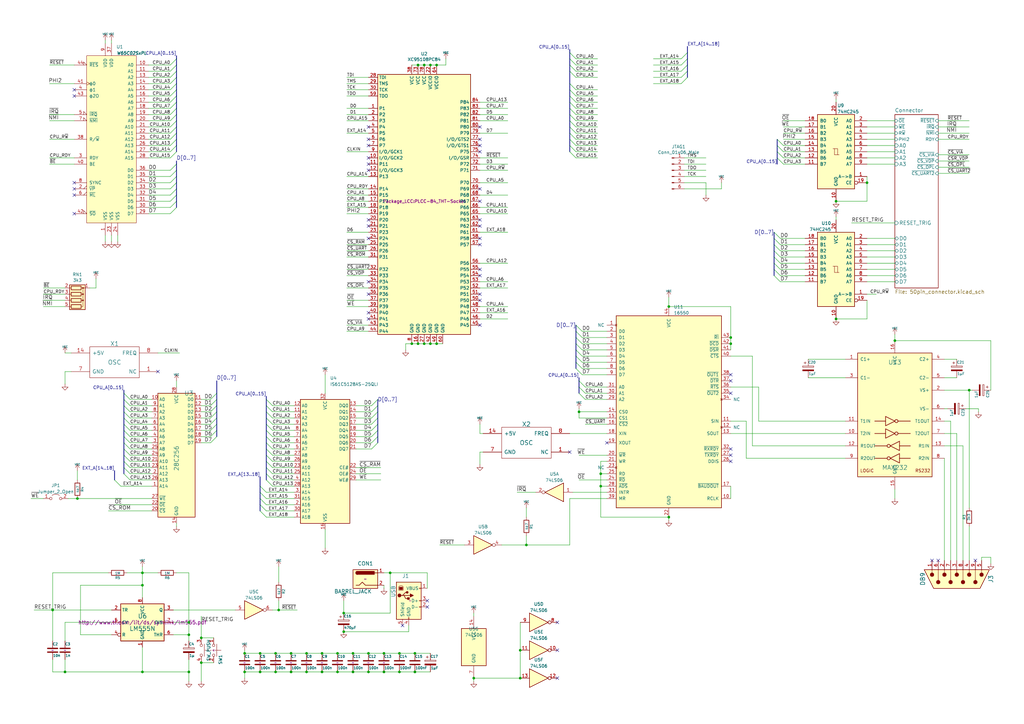
<source format=kicad_sch>
(kicad_sch (version 20211123) (generator eeschema)
  (paper "A3")
  (junction (at 342.9 82.55))
  (junction (at 170.18 267.97))
  (junction (at 21.59 250.19))
  (junction (at 82.55 261.62))
  (junction (at 125.73 267.97))
  (junction (at 26.67 275.59))
  (junction (at 138.43 267.97))
  (junction (at 119.38 275.59))
  (junction (at 176.53 26.67))
  (junction (at 119.38 267.97))
  (junction (at 213.36 266.7))
  (junction (at 114.3 250.19))
  (junction (at 342.9 130.81))
  (junction (at 246.38 194.31))
  (junction (at 171.45 26.67))
  (junction (at 163.83 275.59))
  (junction (at 144.78 267.97))
  (junction (at 194.31 278.13))
  (junction (at 367.03 139.7))
  (junction (at 170.18 275.59))
  (junction (at 144.78 275.59))
  (junction (at 58.42 275.59))
  (junction (at 31.75 204.47))
  (junction (at 100.33 267.97))
  (junction (at 173.99 26.67))
  (junction (at 299.72 138.43))
  (junction (at 355.6 74.93))
  (junction (at 106.68 275.59))
  (junction (at 58.42 240.03))
  (junction (at 215.9 223.52))
  (junction (at 151.13 267.97))
  (junction (at 160.02 234.95))
  (junction (at 299.72 140.97))
  (junction (at 125.73 275.59))
  (junction (at 138.43 275.59))
  (junction (at 171.45 140.97))
  (junction (at 58.42 234.95))
  (junction (at 113.03 275.59))
  (junction (at 157.48 275.59))
  (junction (at 113.03 267.97))
  (junction (at 132.08 267.97))
  (junction (at 246.38 199.39))
  (junction (at 82.55 271.78))
  (junction (at 397.51 160.02))
  (junction (at 163.83 267.97))
  (junction (at 157.48 267.97))
  (junction (at 140.97 259.08))
  (junction (at 77.47 260.35))
  (junction (at 168.91 140.97))
  (junction (at 173.99 140.97))
  (junction (at 274.32 125.73))
  (junction (at 100.33 275.59))
  (junction (at 140.97 251.46))
  (junction (at 237.49 168.91))
  (junction (at 151.13 275.59))
  (junction (at 77.47 255.27))
  (junction (at 179.07 26.67))
  (junction (at 77.47 275.59))
  (junction (at 213.36 278.13))
  (junction (at 176.53 140.97))
  (junction (at 132.08 275.59))
  (junction (at 106.68 267.97))
  (junction (at 274.32 212.09))
  (junction (at 179.07 140.97))
  (no_connect (at 196.85 82.55))
  (no_connect (at 151.13 59.69))
  (no_connect (at 151.13 52.07))
  (no_connect (at 151.13 57.15))
  (no_connect (at 196.85 123.19))
  (no_connect (at 151.13 97.79))
  (no_connect (at 151.13 90.17))
  (no_connect (at 151.13 92.71))
  (no_connect (at 196.85 113.03))
  (no_connect (at 196.85 120.65))
  (no_connect (at 196.85 110.49))
  (no_connect (at 196.85 90.17))
  (no_connect (at 196.85 97.79))
  (no_connect (at 196.85 92.71))
  (no_connect (at 196.85 100.33))
  (no_connect (at 151.13 115.57))
  (no_connect (at 151.13 128.27))
  (no_connect (at 151.13 120.65))
  (no_connect (at 151.13 130.81))
  (no_connect (at 64.77 152.4))
  (no_connect (at 384.81 229.87))
  (no_connect (at 299.72 189.23))
  (no_connect (at 299.72 184.15))
  (no_connect (at 299.72 186.69))
  (no_connect (at 175.26 248.92))
  (no_connect (at 233.68 185.42))
  (no_connect (at 299.72 156.21))
  (no_connect (at 299.72 161.29))
  (no_connect (at 299.72 153.67))
  (no_connect (at 165.1 256.54))
  (no_connect (at 228.6 255.27))
  (no_connect (at 228.6 266.7))
  (no_connect (at 228.6 278.13))
  (no_connect (at 382.27 229.87))
  (no_connect (at 30.48 74.93))
  (no_connect (at 30.48 77.47))
  (no_connect (at 30.48 80.01))
  (no_connect (at 175.26 246.38))
  (no_connect (at 30.48 87.63))
  (no_connect (at 196.85 133.35))
  (no_connect (at 248.92 181.61))
  (no_connect (at 151.13 69.85))
  (no_connect (at 151.13 64.77))
  (no_connect (at 151.13 67.31))
  (no_connect (at 196.85 52.07))
  (no_connect (at 196.85 59.69))
  (no_connect (at 196.85 57.15))
  (no_connect (at 196.85 62.23))
  (no_connect (at 196.85 77.47))
  (no_connect (at 400.05 229.87))
  (no_connect (at 30.48 36.83))
  (no_connect (at 30.48 39.37))
  (bus_entry (at 86.36 176.53) (size 2.54 -2.54))
  (bus_entry (at 281.94 24.13) (size -2.54 2.54))
  (bus_entry (at 50.8 179.07) (size 2.54 2.54))
  (bus_entry (at 318.77 59.69) (size 2.54 2.54))
  (bus_entry (at 109.22 166.37) (size 2.54 2.54))
  (bus_entry (at 320.04 100.33) (size -2.54 -2.54))
  (bus_entry (at 50.8 181.61) (size 2.54 2.54))
  (bus_entry (at 109.22 189.23) (size 2.54 2.54))
  (bus_entry (at 69.85 87.63) (size 2.54 -2.54))
  (bus_entry (at 318.77 57.15) (size 2.54 2.54))
  (bus_entry (at 238.76 140.97) (size -2.54 -2.54))
  (bus_entry (at 233.68 24.13) (size 2.54 2.54))
  (bus_entry (at 109.22 173.99) (size 2.54 2.54))
  (bus_entry (at 109.22 184.15) (size 2.54 2.54))
  (bus_entry (at 320.04 110.49) (size -2.54 -2.54))
  (bus_entry (at 238.76 151.13) (size -2.54 -2.54))
  (bus_entry (at 320.04 115.57) (size -2.54 -2.54))
  (bus_entry (at 233.68 41.91) (size 2.54 2.54))
  (bus_entry (at 69.85 82.55) (size 2.54 -2.54))
  (bus_entry (at 281.94 31.75) (size -2.54 2.54))
  (bus_entry (at 72.39 57.15) (size -2.54 2.54))
  (bus_entry (at 86.36 166.37) (size 2.54 -2.54))
  (bus_entry (at 50.8 171.45) (size 2.54 2.54))
  (bus_entry (at 69.85 77.47) (size 2.54 -2.54))
  (bus_entry (at 72.39 44.45) (size -2.54 2.54))
  (bus_entry (at 106.68 204.47) (size 2.54 2.54))
  (bus_entry (at 109.22 179.07) (size 2.54 2.54))
  (bus_entry (at 109.22 191.77) (size 2.54 2.54))
  (bus_entry (at 238.76 148.59) (size -2.54 -2.54))
  (bus_entry (at 152.4 184.15) (size 2.54 -2.54))
  (bus_entry (at 238.76 135.89) (size -2.54 -2.54))
  (bus_entry (at 72.39 29.21) (size -2.54 2.54))
  (bus_entry (at 106.68 209.55) (size 2.54 2.54))
  (bus_entry (at 318.77 64.77) (size 2.54 2.54))
  (bus_entry (at 238.76 153.67) (size -2.54 -2.54))
  (bus_entry (at 233.68 59.69) (size 2.54 2.54))
  (bus_entry (at 72.39 46.99) (size -2.54 2.54))
  (bus_entry (at 69.85 80.01) (size 2.54 -2.54))
  (bus_entry (at 152.4 181.61) (size 2.54 -2.54))
  (bus_entry (at 72.39 36.83) (size -2.54 2.54))
  (bus_entry (at 233.68 49.53) (size 2.54 2.54))
  (bus_entry (at 72.39 31.75) (size -2.54 2.54))
  (bus_entry (at 237.49 158.75) (size 2.54 2.54))
  (bus_entry (at 281.94 26.67) (size -2.54 2.54))
  (bus_entry (at 109.22 196.85) (size 2.54 2.54))
  (bus_entry (at 106.68 201.93) (size 2.54 2.54))
  (bus_entry (at 281.94 21.59) (size -2.54 2.54))
  (bus_entry (at 109.22 181.61) (size 2.54 2.54))
  (bus_entry (at 152.4 179.07) (size 2.54 -2.54))
  (bus_entry (at 69.85 69.85) (size 2.54 -2.54))
  (bus_entry (at 72.39 62.23) (size -2.54 2.54))
  (bus_entry (at 50.8 184.15) (size 2.54 2.54))
  (bus_entry (at 50.8 194.31) (size 2.54 2.54))
  (bus_entry (at 86.36 173.99) (size 2.54 -2.54))
  (bus_entry (at 69.85 72.39) (size 2.54 -2.54))
  (bus_entry (at 106.68 207.01) (size 2.54 2.54))
  (bus_entry (at 238.76 143.51) (size -2.54 -2.54))
  (bus_entry (at 320.04 102.87) (size -2.54 -2.54))
  (bus_entry (at 152.4 171.45) (size 2.54 -2.54))
  (bus_entry (at 233.68 46.99) (size 2.54 2.54))
  (bus_entry (at 86.36 179.07) (size 2.54 -2.54))
  (bus_entry (at 86.36 168.91) (size 2.54 -2.54))
  (bus_entry (at 50.8 176.53) (size 2.54 2.54))
  (bus_entry (at 233.68 36.83) (size 2.54 2.54))
  (bus_entry (at 106.68 199.39) (size 2.54 2.54))
  (bus_entry (at 109.22 186.69) (size 2.54 2.54))
  (bus_entry (at 320.04 113.03) (size -2.54 -2.54))
  (bus_entry (at 72.39 54.61) (size -2.54 2.54))
  (bus_entry (at 72.39 41.91) (size -2.54 2.54))
  (bus_entry (at 281.94 29.21) (size -2.54 2.54))
  (bus_entry (at 50.8 166.37) (size 2.54 2.54))
  (bus_entry (at 152.4 176.53) (size 2.54 -2.54))
  (bus_entry (at 152.4 168.91) (size 2.54 -2.54))
  (bus_entry (at 152.4 173.99) (size 2.54 -2.54))
  (bus_entry (at 233.68 39.37) (size 2.54 2.54))
  (bus_entry (at 109.22 168.91) (size 2.54 2.54))
  (bus_entry (at 238.76 146.05) (size -2.54 -2.54))
  (bus_entry (at 109.22 171.45) (size 2.54 2.54))
  (bus_entry (at 69.85 74.93) (size 2.54 -2.54))
  (bus_entry (at 233.68 44.45) (size 2.54 2.54))
  (bus_entry (at 109.22 176.53) (size 2.54 2.54))
  (bus_entry (at 50.8 186.69) (size 2.54 2.54))
  (bus_entry (at 50.8 173.99) (size 2.54 2.54))
  (bus_entry (at 318.77 62.23) (size 2.54 2.54))
  (bus_entry (at 233.68 54.61) (size 2.54 2.54))
  (bus_entry (at 88.9 179.07) (size -2.54 2.54))
  (bus_entry (at 320.04 105.41) (size -2.54 -2.54))
  (bus_entry (at 72.39 39.37) (size -2.54 2.54))
  (bus_entry (at 72.39 49.53) (size -2.54 2.54))
  (bus_entry (at 233.68 57.15) (size 2.54 2.54))
  (bus_entry (at 72.39 26.67) (size -2.54 2.54))
  (bus_entry (at 72.39 52.07) (size -2.54 2.54))
  (bus_entry (at 69.85 85.09) (size 2.54 -2.54))
  (bus_entry (at 237.49 161.29) (size 2.54 2.54))
  (bus_entry (at 233.68 34.29) (size 2.54 2.54))
  (bus_entry (at 72.39 59.69) (size -2.54 2.54))
  (bus_entry (at 233.68 29.21) (size 2.54 2.54))
  (bus_entry (at 72.39 34.29) (size -2.54 2.54))
  (bus_entry (at 238.76 138.43) (size -2.54 -2.54))
  (bus_entry (at 109.22 163.83) (size 2.54 2.54))
  (bus_entry (at 72.39 24.13) (size -2.54 2.54))
  (bus_entry (at 233.68 21.59) (size 2.54 2.54))
  (bus_entry (at 50.8 189.23) (size 2.54 2.54))
  (bus_entry (at 233.68 52.07) (size 2.54 2.54))
  (bus_entry (at 50.8 191.77) (size 2.54 2.54))
  (bus_entry (at 50.8 161.29) (size 2.54 2.54))
  (bus_entry (at 233.68 62.23) (size 2.54 2.54))
  (bus_entry (at 152.4 166.37) (size 2.54 -2.54))
  (bus_entry (at 86.36 171.45) (size 2.54 -2.54))
  (bus_entry (at 46.99 196.85) (size 2.54 2.54))
  (bus_entry (at 320.04 107.95) (size -2.54 -2.54))
  (bus_entry (at 233.68 26.67) (size 2.54 2.54))
  (bus_entry (at 320.04 97.79) (size -2.54 -2.54))
  (bus_entry (at 86.36 163.83) (size 2.54 -2.54))
  (bus_entry (at 109.22 194.31) (size 2.54 2.54))
  (bus_entry (at 50.8 168.91) (size 2.54 2.54))
  (bus_entry (at 50.8 163.83) (size 2.54 2.54))
  (bus_entry (at 237.49 156.21) (size 2.54 2.54))
  (wire (pts (xy 151.13 267.97) (xy 157.48 267.97)))
  (bus (pts (xy 233.68 20.32) (xy 233.68 21.59)))
  (wire (pts (xy 53.34 196.85) (xy 62.23 196.85)))
  (wire (pts (xy 111.76 199.39) (xy 120.65 199.39)))
  (wire (pts (xy 120.65 194.31) (xy 111.76 194.31)))
  (wire (pts (xy 245.11 36.83) (xy 236.22 36.83)))
  (wire (pts (xy 238.76 148.59) (xy 248.92 148.59)))
  (wire (pts (xy 26.67 255.27) (xy 26.67 262.89)))
  (bus (pts (xy 50.8 173.99) (xy 50.8 176.53)))
  (bus (pts (xy 109.22 176.53) (xy 109.22 179.07)))
  (wire (pts (xy 64.77 144.78) (xy 73.66 144.78)))
  (wire (pts (xy 355.6 67.31) (xy 367.03 67.31)))
  (wire (pts (xy 280.67 74.93) (xy 289.56 74.93)))
  (wire (pts (xy 213.36 255.27) (xy 213.36 266.7)))
  (wire (pts (xy 146.05 173.99) (xy 152.4 173.99)))
  (wire (pts (xy 86.36 179.07) (xy 82.55 179.07)))
  (wire (pts (xy 320.04 102.87) (xy 330.2 102.87)))
  (wire (pts (xy 151.13 62.23) (xy 142.24 62.23)))
  (bus (pts (xy 281.94 19.05) (xy 281.94 21.59)))
  (wire (pts (xy 355.6 97.79) (xy 367.03 97.79)))
  (wire (pts (xy 140.97 251.46) (xy 160.02 251.46)))
  (wire (pts (xy 245.11 54.61) (xy 236.22 54.61)))
  (bus (pts (xy 317.5 110.49) (xy 317.5 113.03)))
  (bus (pts (xy 154.94 163.83) (xy 154.94 166.37)))
  (wire (pts (xy 168.91 140.97) (xy 171.45 140.97)))
  (wire (pts (xy 402.59 229.87) (xy 402.59 228.6)))
  (wire (pts (xy 119.38 267.97) (xy 125.73 267.97)))
  (wire (pts (xy 367.03 137.16) (xy 367.03 139.7)))
  (wire (pts (xy 387.35 167.64) (xy 388.62 167.64)))
  (wire (pts (xy 151.13 39.37) (xy 142.24 39.37)))
  (wire (pts (xy 196.85 54.61) (xy 208.28 54.61)))
  (wire (pts (xy 20.32 34.29) (xy 30.48 34.29)))
  (wire (pts (xy 245.11 41.91) (xy 236.22 41.91)))
  (wire (pts (xy 77.47 275.59) (xy 77.47 279.4)))
  (wire (pts (xy 179.07 140.97) (xy 181.61 140.97)))
  (wire (pts (xy 58.42 234.95) (xy 58.42 240.03)))
  (wire (pts (xy 397.51 160.02) (xy 398.78 160.02)))
  (wire (pts (xy 238.76 153.67) (xy 248.92 153.67)))
  (wire (pts (xy 26.67 275.59) (xy 58.42 275.59)))
  (wire (pts (xy 194.31 251.46) (xy 194.31 252.73)))
  (bus (pts (xy 109.22 191.77) (xy 109.22 194.31)))
  (wire (pts (xy 60.96 85.09) (xy 69.85 85.09)))
  (wire (pts (xy 77.47 260.35) (xy 77.47 262.89)))
  (wire (pts (xy 120.65 181.61) (xy 111.76 181.61)))
  (wire (pts (xy 215.9 208.28) (xy 215.9 212.09)))
  (wire (pts (xy 62.23 171.45) (xy 53.34 171.45)))
  (wire (pts (xy 120.65 212.09) (xy 109.22 212.09)))
  (wire (pts (xy 245.11 39.37) (xy 236.22 39.37)))
  (wire (pts (xy 100.33 266.7) (xy 100.33 267.97)))
  (wire (pts (xy 267.97 31.75) (xy 279.4 31.75)))
  (wire (pts (xy 120.65 201.93) (xy 109.22 201.93)))
  (bus (pts (xy 72.39 74.93) (xy 72.39 77.47)))
  (bus (pts (xy 317.5 100.33) (xy 317.5 102.87)))
  (wire (pts (xy 142.24 123.19) (xy 151.13 123.19)))
  (wire (pts (xy 245.11 24.13) (xy 236.22 24.13)))
  (wire (pts (xy 62.23 163.83) (xy 53.34 163.83)))
  (wire (pts (xy 406.4 139.7) (xy 406.4 160.02)))
  (wire (pts (xy 213.36 266.7) (xy 213.36 278.13)))
  (wire (pts (xy 31.75 204.47) (xy 62.23 204.47)))
  (wire (pts (xy 321.31 57.15) (xy 330.2 57.15)))
  (wire (pts (xy 86.36 181.61) (xy 82.55 181.61)))
  (wire (pts (xy 248.92 163.83) (xy 240.03 163.83)))
  (wire (pts (xy 248.92 171.45) (xy 237.49 171.45)))
  (wire (pts (xy 142.24 100.33) (xy 151.13 100.33)))
  (bus (pts (xy 109.22 168.91) (xy 109.22 171.45)))
  (bus (pts (xy 154.94 179.07) (xy 154.94 181.61)))
  (wire (pts (xy 62.23 191.77) (xy 53.34 191.77)))
  (wire (pts (xy 72.39 234.95) (xy 77.47 234.95)))
  (wire (pts (xy 26.67 120.65) (xy 17.78 120.65)))
  (wire (pts (xy 106.68 275.59) (xy 113.03 275.59)))
  (wire (pts (xy 246.38 199.39) (xy 246.38 194.31)))
  (wire (pts (xy 234.95 201.93) (xy 248.92 201.93)))
  (wire (pts (xy 151.13 31.75) (xy 142.24 31.75)))
  (wire (pts (xy 196.85 41.91) (xy 208.28 41.91)))
  (bus (pts (xy 106.68 195.58) (xy 106.68 199.39)))
  (wire (pts (xy 355.6 130.81) (xy 342.9 130.81)))
  (bus (pts (xy 281.94 24.13) (xy 281.94 26.67)))
  (wire (pts (xy 60.96 80.01) (xy 69.85 80.01)))
  (wire (pts (xy 111.76 250.19) (xy 114.3 250.19)))
  (bus (pts (xy 317.5 95.25) (xy 317.5 97.79)))
  (wire (pts (xy 299.72 125.73) (xy 299.72 138.43)))
  (wire (pts (xy 140.97 259.08) (xy 167.64 259.08)))
  (bus (pts (xy 233.68 41.91) (xy 233.68 44.45)))
  (wire (pts (xy 26.67 144.78) (xy 29.21 144.78)))
  (wire (pts (xy 146.05 168.91) (xy 152.4 168.91)))
  (bus (pts (xy 88.9 173.99) (xy 88.9 176.53)))
  (wire (pts (xy 120.65 173.99) (xy 111.76 173.99)))
  (wire (pts (xy 142.24 44.45) (xy 151.13 44.45)))
  (bus (pts (xy 88.9 156.21) (xy 88.9 161.29)))
  (wire (pts (xy 171.45 140.97) (xy 173.99 140.97)))
  (bus (pts (xy 237.49 158.75) (xy 237.49 161.29)))
  (wire (pts (xy 138.43 267.97) (xy 144.78 267.97)))
  (wire (pts (xy 163.83 275.59) (xy 170.18 275.59)))
  (wire (pts (xy 60.96 62.23) (xy 69.85 62.23)))
  (wire (pts (xy 62.23 168.91) (xy 53.34 168.91)))
  (wire (pts (xy 21.59 250.19) (xy 45.72 250.19)))
  (wire (pts (xy 120.65 186.69) (xy 111.76 186.69)))
  (bus (pts (xy 154.94 168.91) (xy 154.94 171.45)))
  (bus (pts (xy 317.5 102.87) (xy 317.5 105.41)))
  (bus (pts (xy 72.39 46.99) (xy 72.39 49.53)))
  (wire (pts (xy 48.26 96.52) (xy 48.26 99.06)))
  (bus (pts (xy 106.68 204.47) (xy 106.68 207.01)))
  (wire (pts (xy 402.59 228.6) (xy 406.4 228.6)))
  (wire (pts (xy 82.55 252.73) (xy 82.55 261.62)))
  (wire (pts (xy 120.65 184.15) (xy 111.76 184.15)))
  (wire (pts (xy 179.07 26.67) (xy 176.53 26.67)))
  (wire (pts (xy 43.18 96.52) (xy 43.18 99.06)))
  (bus (pts (xy 88.9 161.29) (xy 88.9 163.83)))
  (wire (pts (xy 355.6 59.69) (xy 367.03 59.69)))
  (wire (pts (xy 233.68 223.52) (xy 233.68 204.47)))
  (wire (pts (xy 196.85 87.63) (xy 208.28 87.63)))
  (wire (pts (xy 132.08 275.59) (xy 138.43 275.59)))
  (wire (pts (xy 196.85 95.25) (xy 208.28 95.25)))
  (bus (pts (xy 72.39 54.61) (xy 72.39 57.15)))
  (wire (pts (xy 355.6 120.65) (xy 359.41 120.65)))
  (bus (pts (xy 72.39 26.67) (xy 72.39 29.21)))
  (bus (pts (xy 72.39 52.07) (xy 72.39 54.61)))
  (wire (pts (xy 125.73 267.97) (xy 132.08 267.97)))
  (bus (pts (xy 109.22 184.15) (xy 109.22 186.69)))
  (wire (pts (xy 280.67 72.39) (xy 289.56 72.39)))
  (wire (pts (xy 58.42 275.59) (xy 77.47 275.59)))
  (wire (pts (xy 330.2 62.23) (xy 321.31 62.23)))
  (wire (pts (xy 320.04 107.95) (xy 330.2 107.95)))
  (wire (pts (xy 60.96 72.39) (xy 69.85 72.39)))
  (wire (pts (xy 151.13 80.01) (xy 142.24 80.01)))
  (wire (pts (xy 21.59 250.19) (xy 21.59 262.89)))
  (wire (pts (xy 100.33 275.59) (xy 106.68 275.59)))
  (bus (pts (xy 317.5 107.95) (xy 317.5 110.49)))
  (wire (pts (xy 196.85 185.42) (xy 198.12 185.42)))
  (bus (pts (xy 154.94 171.45) (xy 154.94 173.99)))
  (wire (pts (xy 171.45 26.67) (xy 168.91 26.67)))
  (bus (pts (xy 72.39 29.21) (xy 72.39 31.75)))
  (wire (pts (xy 114.3 246.38) (xy 114.3 250.19)))
  (bus (pts (xy 72.39 49.53) (xy 72.39 52.07)))
  (wire (pts (xy 384.81 68.58) (xy 397.51 68.58)))
  (wire (pts (xy 146.05 179.07) (xy 152.4 179.07)))
  (wire (pts (xy 60.96 74.93) (xy 69.85 74.93)))
  (wire (pts (xy 237.49 186.69) (xy 248.92 186.69)))
  (bus (pts (xy 72.39 22.86) (xy 72.39 24.13)))
  (bus (pts (xy 109.22 189.23) (xy 109.22 191.77)))
  (wire (pts (xy 387.35 154.94) (xy 392.43 154.94)))
  (wire (pts (xy 238.76 140.97) (xy 248.92 140.97)))
  (wire (pts (xy 26.67 270.51) (xy 26.67 275.59)))
  (wire (pts (xy 62.23 179.07) (xy 53.34 179.07)))
  (wire (pts (xy 120.65 179.07) (xy 111.76 179.07)))
  (bus (pts (xy 109.22 166.37) (xy 109.22 168.91)))
  (wire (pts (xy 142.24 105.41) (xy 151.13 105.41)))
  (wire (pts (xy 299.72 199.39) (xy 299.72 204.47)))
  (bus (pts (xy 88.9 166.37) (xy 88.9 168.91)))
  (wire (pts (xy 60.96 54.61) (xy 69.85 54.61)))
  (wire (pts (xy 142.24 110.49) (xy 151.13 110.49)))
  (wire (pts (xy 196.85 190.5) (xy 196.85 185.42)))
  (wire (pts (xy 176.53 140.97) (xy 179.07 140.97)))
  (wire (pts (xy 196.85 85.09) (xy 208.28 85.09)))
  (wire (pts (xy 238.76 135.89) (xy 248.92 135.89)))
  (wire (pts (xy 331.47 147.32) (xy 346.71 147.32)))
  (wire (pts (xy 142.24 125.73) (xy 151.13 125.73)))
  (wire (pts (xy 120.65 191.77) (xy 111.76 191.77)))
  (bus (pts (xy 236.22 135.89) (xy 236.22 138.43)))
  (wire (pts (xy 367.03 91.44) (xy 349.25 91.44)))
  (bus (pts (xy 317.5 105.41) (xy 317.5 107.95)))
  (bus (pts (xy 50.8 166.37) (xy 50.8 168.91)))
  (wire (pts (xy 355.6 57.15) (xy 367.03 57.15)))
  (wire (pts (xy 196.85 49.53) (xy 208.28 49.53)))
  (wire (pts (xy 246.38 189.23) (xy 246.38 194.31)))
  (wire (pts (xy 146.05 166.37) (xy 152.4 166.37)))
  (wire (pts (xy 320.04 113.03) (xy 330.2 113.03)))
  (wire (pts (xy 60.96 52.07) (xy 69.85 52.07)))
  (wire (pts (xy 60.96 46.99) (xy 69.85 46.99)))
  (wire (pts (xy 308.61 182.88) (xy 308.61 146.05)))
  (wire (pts (xy 280.67 67.31) (xy 289.56 67.31)))
  (wire (pts (xy 151.13 77.47) (xy 142.24 77.47)))
  (bus (pts (xy 236.22 143.51) (xy 236.22 146.05)))
  (wire (pts (xy 321.31 52.07) (xy 330.2 52.07)))
  (wire (pts (xy 43.18 16.51) (xy 43.18 17.78)))
  (wire (pts (xy 33.02 260.35) (xy 33.02 240.03)))
  (wire (pts (xy 274.32 121.92) (xy 274.32 125.73)))
  (wire (pts (xy 215.9 223.52) (xy 233.68 223.52)))
  (bus (pts (xy 72.39 57.15) (xy 72.39 59.69)))
  (wire (pts (xy 21.59 234.95) (xy 21.59 250.19)))
  (wire (pts (xy 167.64 256.54) (xy 167.64 259.08)))
  (wire (pts (xy 196.85 177.8) (xy 198.12 177.8)))
  (wire (pts (xy 26.67 123.19) (xy 17.78 123.19)))
  (bus (pts (xy 72.39 77.47) (xy 72.39 80.01)))
  (wire (pts (xy 196.85 80.01) (xy 208.28 80.01)))
  (wire (pts (xy 384.81 57.15) (xy 397.51 57.15)))
  (bus (pts (xy 50.8 189.23) (xy 50.8 191.77)))
  (wire (pts (xy 60.96 34.29) (xy 69.85 34.29)))
  (wire (pts (xy 248.92 199.39) (xy 246.38 199.39)))
  (bus (pts (xy 50.8 191.77) (xy 50.8 194.31)))
  (wire (pts (xy 274.32 212.09) (xy 274.32 213.36)))
  (bus (pts (xy 233.68 44.45) (xy 233.68 46.99)))
  (wire (pts (xy 401.32 167.64) (xy 401.32 168.91)))
  (wire (pts (xy 62.23 176.53) (xy 53.34 176.53)))
  (wire (pts (xy 20.32 64.77) (xy 30.48 64.77)))
  (wire (pts (xy 151.13 87.63) (xy 142.24 87.63)))
  (wire (pts (xy 331.47 154.94) (xy 346.71 154.94)))
  (wire (pts (xy 20.32 67.31) (xy 30.48 67.31)))
  (wire (pts (xy 355.6 107.95) (xy 367.03 107.95)))
  (bus (pts (xy 236.22 146.05) (xy 236.22 148.59)))
  (bus (pts (xy 50.8 186.69) (xy 50.8 189.23)))
  (wire (pts (xy 151.13 49.53) (xy 142.24 49.53)))
  (wire (pts (xy 146.05 176.53) (xy 152.4 176.53)))
  (wire (pts (xy 355.6 49.53) (xy 367.03 49.53)))
  (wire (pts (xy 245.11 44.45) (xy 236.22 44.45)))
  (wire (pts (xy 20.32 49.53) (xy 30.48 49.53)))
  (wire (pts (xy 151.13 85.09) (xy 142.24 85.09)))
  (wire (pts (xy 321.31 54.61) (xy 330.2 54.61)))
  (wire (pts (xy 157.48 275.59) (xy 163.83 275.59)))
  (bus (pts (xy 50.8 179.07) (xy 50.8 181.61)))
  (wire (pts (xy 31.75 193.04) (xy 31.75 196.85)))
  (wire (pts (xy 246.38 212.09) (xy 274.32 212.09)))
  (wire (pts (xy 114.3 250.19) (xy 121.92 250.19)))
  (wire (pts (xy 49.53 199.39) (xy 62.23 199.39)))
  (bus (pts (xy 106.68 201.93) (xy 106.68 204.47)))
  (wire (pts (xy 142.24 135.89) (xy 151.13 135.89)))
  (wire (pts (xy 20.32 57.15) (xy 30.48 57.15)))
  (bus (pts (xy 237.49 156.21) (xy 237.49 158.75)))
  (bus (pts (xy 72.39 34.29) (xy 72.39 36.83)))
  (bus (pts (xy 233.68 29.21) (xy 233.68 34.29)))
  (wire (pts (xy 311.15 158.75) (xy 299.72 158.75)))
  (wire (pts (xy 82.55 163.83) (xy 86.36 163.83)))
  (wire (pts (xy 77.47 234.95) (xy 77.47 255.27)))
  (wire (pts (xy 367.03 139.7) (xy 406.4 139.7)))
  (wire (pts (xy 125.73 275.59) (xy 132.08 275.59)))
  (wire (pts (xy 138.43 275.59) (xy 144.78 275.59)))
  (wire (pts (xy 44.45 209.55) (xy 62.23 209.55)))
  (wire (pts (xy 248.92 194.31) (xy 246.38 194.31)))
  (wire (pts (xy 355.6 105.41) (xy 367.03 105.41)))
  (wire (pts (xy 120.65 204.47) (xy 109.22 204.47)))
  (wire (pts (xy 157.48 240.03) (xy 157.48 241.3)))
  (bus (pts (xy 236.22 133.35) (xy 236.22 135.89)))
  (wire (pts (xy 157.48 267.97) (xy 163.83 267.97)))
  (wire (pts (xy 245.11 29.21) (xy 236.22 29.21)))
  (bus (pts (xy 106.68 207.01) (xy 106.68 209.55)))
  (wire (pts (xy 355.6 110.49) (xy 367.03 110.49)))
  (wire (pts (xy 60.96 36.83) (xy 69.85 36.83)))
  (wire (pts (xy 77.47 255.27) (xy 77.47 260.35)))
  (wire (pts (xy 355.6 113.03) (xy 367.03 113.03)))
  (wire (pts (xy 60.96 49.53) (xy 69.85 49.53)))
  (bus (pts (xy 109.22 162.56) (xy 109.22 163.83)))
  (wire (pts (xy 58.42 234.95) (xy 64.77 234.95)))
  (wire (pts (xy 194.31 278.13) (xy 194.31 279.4)))
  (wire (pts (xy 346.71 187.96) (xy 306.07 187.96)))
  (wire (pts (xy 166.37 140.97) (xy 168.91 140.97)))
  (wire (pts (xy 182.88 24.13) (xy 182.88 26.67)))
  (wire (pts (xy 196.85 67.31) (xy 208.28 67.31)))
  (wire (pts (xy 355.6 64.77) (xy 367.03 64.77)))
  (wire (pts (xy 236.22 64.77) (xy 245.11 64.77)))
  (bus (pts (xy 281.94 21.59) (xy 281.94 24.13)))
  (bus (pts (xy 233.68 52.07) (xy 233.68 54.61)))
  (wire (pts (xy 173.99 140.97) (xy 176.53 140.97)))
  (wire (pts (xy 46.99 207.01) (xy 62.23 207.01)))
  (wire (pts (xy 106.68 267.97) (xy 113.03 267.97)))
  (bus (pts (xy 72.39 36.83) (xy 72.39 39.37)))
  (bus (pts (xy 281.94 29.21) (xy 281.94 31.75)))
  (wire (pts (xy 392.43 177.8) (xy 392.43 229.87)))
  (wire (pts (xy 240.03 173.99) (xy 248.92 173.99)))
  (wire (pts (xy 60.96 87.63) (xy 69.85 87.63)))
  (wire (pts (xy 346.71 177.8) (xy 299.72 177.8)))
  (wire (pts (xy 295.91 77.47) (xy 295.91 74.93)))
  (bus (pts (xy 318.77 64.77) (xy 318.77 67.31)))
  (wire (pts (xy 245.11 52.07) (xy 236.22 52.07)))
  (wire (pts (xy 45.72 16.51) (xy 45.72 17.78)))
  (wire (pts (xy 86.36 173.99) (xy 82.55 173.99)))
  (wire (pts (xy 342.9 82.55) (xy 355.6 82.55)))
  (bus (pts (xy 154.94 176.53) (xy 154.94 179.07)))
  (wire (pts (xy 215.9 219.71) (xy 215.9 223.52)))
  (wire (pts (xy 212.09 201.93) (xy 219.71 201.93)))
  (wire (pts (xy 320.04 100.33) (xy 330.2 100.33)))
  (wire (pts (xy 36.83 118.11) (xy 39.37 118.11)))
  (wire (pts (xy 58.42 232.41) (xy 58.42 234.95)))
  (wire (pts (xy 245.11 26.67) (xy 236.22 26.67)))
  (wire (pts (xy 355.6 54.61) (xy 367.03 54.61)))
  (wire (pts (xy 132.08 267.97) (xy 138.43 267.97)))
  (wire (pts (xy 163.83 267.97) (xy 170.18 267.97)))
  (bus (pts (xy 88.9 163.83) (xy 88.9 166.37)))
  (wire (pts (xy 196.85 69.85) (xy 208.28 69.85)))
  (wire (pts (xy 170.18 275.59) (xy 176.53 275.59)))
  (bus (pts (xy 154.94 173.99) (xy 154.94 176.53)))
  (wire (pts (xy 146.05 196.85) (xy 156.21 196.85)))
  (bus (pts (xy 236.22 140.97) (xy 236.22 143.51)))
  (wire (pts (xy 60.96 39.37) (xy 69.85 39.37)))
  (wire (pts (xy 180.34 223.52) (xy 190.5 223.52)))
  (wire (pts (xy 146.05 194.31) (xy 156.21 194.31)))
  (wire (pts (xy 196.85 64.77) (xy 208.28 64.77)))
  (wire (pts (xy 133.35 217.17) (xy 133.35 224.79)))
  (bus (pts (xy 109.22 163.83) (xy 109.22 166.37)))
  (bus (pts (xy 50.8 160.02) (xy 50.8 161.29)))
  (bus (pts (xy 318.77 59.69) (xy 318.77 62.23)))
  (wire (pts (xy 133.35 153.67) (xy 133.35 161.29)))
  (wire (pts (xy 384.81 71.12) (xy 397.51 71.12)))
  (wire (pts (xy 21.59 275.59) (xy 26.67 275.59)))
  (wire (pts (xy 238.76 151.13) (xy 248.92 151.13)))
  (wire (pts (xy 45.72 260.35) (xy 33.02 260.35)))
  (wire (pts (xy 308.61 146.05) (xy 299.72 146.05)))
  (wire (pts (xy 60.96 41.91) (xy 69.85 41.91)))
  (wire (pts (xy 267.97 26.67) (xy 279.4 26.67)))
  (wire (pts (xy 144.78 267.97) (xy 151.13 267.97)))
  (wire (pts (xy 330.2 64.77) (xy 321.31 64.77)))
  (bus (pts (xy 50.8 176.53) (xy 50.8 179.07)))
  (bus (pts (xy 233.68 39.37) (xy 233.68 41.91)))
  (wire (pts (xy 384.81 63.5) (xy 397.51 63.5)))
  (bus (pts (xy 72.39 82.55) (xy 72.39 85.09)))
  (wire (pts (xy 166.37 143.51) (xy 166.37 140.97)))
  (wire (pts (xy 20.32 26.67) (xy 30.48 26.67)))
  (wire (pts (xy 237.49 196.85) (xy 248.92 196.85)))
  (wire (pts (xy 60.96 82.55) (xy 69.85 82.55)))
  (wire (pts (xy 246.38 199.39) (xy 246.38 212.09)))
  (wire (pts (xy 196.85 44.45) (xy 208.28 44.45)))
  (bus (pts (xy 109.22 181.61) (xy 109.22 184.15)))
  (wire (pts (xy 113.03 267.97) (xy 119.38 267.97)))
  (wire (pts (xy 245.11 46.99) (xy 236.22 46.99)))
  (bus (pts (xy 109.22 186.69) (xy 109.22 189.23)))
  (wire (pts (xy 157.48 234.95) (xy 160.02 234.95)))
  (wire (pts (xy 151.13 46.99) (xy 142.24 46.99)))
  (wire (pts (xy 267.97 34.29) (xy 279.4 34.29)))
  (bus (pts (xy 236.22 148.59) (xy 236.22 151.13)))
  (bus (pts (xy 233.68 26.67) (xy 233.68 29.21)))
  (wire (pts (xy 396.24 167.64) (xy 401.32 167.64)))
  (wire (pts (xy 387.35 172.72) (xy 389.89 172.72)))
  (bus (pts (xy 50.8 161.29) (xy 50.8 163.83)))
  (wire (pts (xy 355.6 115.57) (xy 367.03 115.57)))
  (wire (pts (xy 62.23 173.99) (xy 53.34 173.99)))
  (bus (pts (xy 72.39 59.69) (xy 72.39 62.23)))
  (wire (pts (xy 71.12 250.19) (xy 96.52 250.19)))
  (wire (pts (xy 367.03 200.66) (xy 367.03 204.47)))
  (wire (pts (xy 397.51 215.9) (xy 397.51 229.87)))
  (wire (pts (xy 82.55 168.91) (xy 86.36 168.91)))
  (wire (pts (xy 111.76 196.85) (xy 120.65 196.85)))
  (bus (pts (xy 109.22 194.31) (xy 109.22 196.85)))
  (wire (pts (xy 182.88 26.67) (xy 179.07 26.67)))
  (wire (pts (xy 151.13 36.83) (xy 142.24 36.83)))
  (wire (pts (xy 60.96 69.85) (xy 69.85 69.85)))
  (wire (pts (xy 389.89 172.72) (xy 389.89 229.87)))
  (wire (pts (xy 140.97 246.38) (xy 140.97 251.46)))
  (wire (pts (xy 387.35 182.88) (xy 394.97 182.88)))
  (bus (pts (xy 233.68 46.99) (xy 233.68 49.53)))
  (wire (pts (xy 77.47 270.51) (xy 77.47 275.59)))
  (bus (pts (xy 233.68 21.59) (xy 233.68 24.13)))
  (wire (pts (xy 384.81 49.53) (xy 397.51 49.53)))
  (wire (pts (xy 86.36 176.53) (xy 82.55 176.53)))
  (wire (pts (xy 280.67 64.77) (xy 289.56 64.77)))
  (bus (pts (xy 318.77 62.23) (xy 318.77 64.77)))
  (wire (pts (xy 248.92 158.75) (xy 240.03 158.75)))
  (bus (pts (xy 106.68 199.39) (xy 106.68 201.93)))
  (wire (pts (xy 119.38 275.59) (xy 125.73 275.59)))
  (wire (pts (xy 62.23 194.31) (xy 53.34 194.31)))
  (wire (pts (xy 146.05 191.77) (xy 156.21 191.77)))
  (wire (pts (xy 311.15 172.72) (xy 346.71 172.72)))
  (bus (pts (xy 88.9 168.91) (xy 88.9 171.45)))
  (wire (pts (xy 146.05 181.61) (xy 152.4 181.61)))
  (wire (pts (xy 26.67 152.4) (xy 29.21 152.4)))
  (wire (pts (xy 100.33 275.59) (xy 100.33 278.13)))
  (wire (pts (xy 120.65 209.55) (xy 109.22 209.55)))
  (wire (pts (xy 60.96 44.45) (xy 69.85 44.45)))
  (wire (pts (xy 394.97 182.88) (xy 394.97 229.87)))
  (bus (pts (xy 88.9 171.45) (xy 88.9 173.99)))
  (wire (pts (xy 342.9 40.64) (xy 342.9 41.91)))
  (wire (pts (xy 194.31 278.13) (xy 213.36 278.13)))
  (wire (pts (xy 196.85 74.93) (xy 208.28 74.93)))
  (wire (pts (xy 20.32 46.99) (xy 30.48 46.99)))
  (wire (pts (xy 406.4 228.6) (xy 406.4 231.14)))
  (bus (pts (xy 109.22 179.07) (xy 109.22 181.61)))
  (wire (pts (xy 60.96 29.21) (xy 69.85 29.21)))
  (wire (pts (xy 248.92 168.91) (xy 237.49 168.91)))
  (wire (pts (xy 12.7 204.47) (xy 17.78 204.47)))
  (wire (pts (xy 311.15 172.72) (xy 311.15 158.75)))
  (bus (pts (xy 72.39 67.31) (xy 72.39 69.85)))
  (wire (pts (xy 120.65 166.37) (xy 111.76 166.37)))
  (wire (pts (xy 248.92 161.29) (xy 240.03 161.29)))
  (wire (pts (xy 205.74 223.52) (xy 215.9 223.52)))
  (wire (pts (xy 142.24 102.87) (xy 151.13 102.87)))
  (wire (pts (xy 237.49 168.91) (xy 237.49 167.64)))
  (wire (pts (xy 299.72 140.97) (xy 299.72 143.51)))
  (wire (pts (xy 39.37 118.11) (xy 39.37 114.3)))
  (bus (pts (xy 72.39 31.75) (xy 72.39 34.29)))
  (wire (pts (xy 320.04 110.49) (xy 330.2 110.49)))
  (wire (pts (xy 248.92 189.23) (xy 246.38 189.23)))
  (wire (pts (xy 146.05 171.45) (xy 152.4 171.45)))
  (wire (pts (xy 21.59 270.51) (xy 21.59 275.59)))
  (wire (pts (xy 151.13 95.25) (xy 142.24 95.25)))
  (bus (pts (xy 233.68 57.15) (xy 233.68 59.69)))
  (bus (pts (xy 281.94 26.67) (xy 281.94 29.21)))
  (bus (pts (xy 72.39 39.37) (xy 72.39 41.91)))
  (wire (pts (xy 100.33 267.97) (xy 106.68 267.97)))
  (wire (pts (xy 330.2 67.31) (xy 321.31 67.31)))
  (wire (pts (xy 355.6 72.39) (xy 355.6 74.93)))
  (bus (pts (xy 233.68 36.83) (xy 233.68 39.37)))
  (bus (pts (xy 233.68 24.13) (xy 233.68 26.67)))
  (bus (pts (xy 233.68 54.61) (xy 233.68 57.15)))
  (wire (pts (xy 280.67 77.47) (xy 295.91 77.47)))
  (bus (pts (xy 109.22 171.45) (xy 109.22 173.99)))
  (wire (pts (xy 237.49 171.45) (xy 237.49 168.91)))
  (bus (pts (xy 50.8 168.91) (xy 50.8 171.45)))
  (wire (pts (xy 267.97 24.13) (xy 279.4 24.13)))
  (wire (pts (xy 355.6 102.87) (xy 367.03 102.87)))
  (bus (pts (xy 72.39 41.91) (xy 72.39 44.45)))
  (wire (pts (xy 120.65 168.91) (xy 111.76 168.91)))
  (wire (pts (xy 60.96 77.47) (xy 69.85 77.47)))
  (wire (pts (xy 320.04 97.79) (xy 330.2 97.79)))
  (bus (pts (xy 72.39 66.04) (xy 72.39 67.31)))
  (wire (pts (xy 196.85 118.11) (xy 208.28 118.11)))
  (wire (pts (xy 33.02 240.03) (xy 58.42 240.03)))
  (bus (pts (xy 72.39 72.39) (xy 72.39 74.93)))
  (bus (pts (xy 50.8 181.61) (xy 50.8 184.15)))
  (wire (pts (xy 26.67 125.73) (xy 17.78 125.73)))
  (wire (pts (xy 245.11 49.53) (xy 236.22 49.53)))
  (wire (pts (xy 87.63 261.62) (xy 82.55 261.62)))
  (wire (pts (xy 397.51 160.02) (xy 397.51 208.28)))
  (wire (pts (xy 142.24 54.61) (xy 151.13 54.61)))
  (wire (pts (xy 321.31 49.53) (xy 330.2 49.53)))
  (bus (pts (xy 46.99 193.04) (xy 46.99 196.85)))
  (wire (pts (xy 245.11 57.15) (xy 236.22 57.15)))
  (wire (pts (xy 173.99 26.67) (xy 171.45 26.67)))
  (wire (pts (xy 120.65 189.23) (xy 111.76 189.23)))
  (wire (pts (xy 196.85 107.95) (xy 208.28 107.95)))
  (wire (pts (xy 306.07 172.72) (xy 299.72 172.72)))
  (wire (pts (xy 233.68 204.47) (xy 248.92 204.47)))
  (wire (pts (xy 77.47 260.35) (xy 71.12 260.35)))
  (wire (pts (xy 151.13 72.39) (xy 142.24 72.39)))
  (wire (pts (xy 146.05 184.15) (xy 152.4 184.15)))
  (wire (pts (xy 175.26 234.95) (xy 175.26 241.3)))
  (wire (pts (xy 72.39 214.63) (xy 72.39 215.9)))
  (wire (pts (xy 151.13 275.59) (xy 157.48 275.59)))
  (wire (pts (xy 82.55 166.37) (xy 86.36 166.37)))
  (wire (pts (xy 342.9 88.9) (xy 342.9 90.17)))
  (bus (pts (xy 88.9 176.53) (xy 88.9 179.07)))
  (wire (pts (xy 346.71 182.88) (xy 308.61 182.88)))
  (bus (pts (xy 318.77 57.15) (xy 318.77 59.69)))
  (wire (pts (xy 274.32 125.73) (xy 299.72 125.73)))
  (bus (pts (xy 72.39 80.01) (xy 72.39 82.55)))
  (bus (pts (xy 237.49 154.94) (xy 237.49 156.21)))
  (wire (pts (xy 355.6 52.07) (xy 367.03 52.07)))
  (wire (pts (xy 144.78 275.59) (xy 151.13 275.59)))
  (wire (pts (xy 60.96 57.15) (xy 69.85 57.15)))
  (wire (pts (xy 72.39 156.21) (xy 72.39 158.75)))
  (wire (pts (xy 267.97 29.21) (xy 279.4 29.21)))
  (wire (pts (xy 87.63 271.78) (xy 82.55 271.78)))
  (wire (pts (xy 142.24 133.35) (xy 151.13 133.35)))
  (wire (pts (xy 245.11 31.75) (xy 236.22 31.75)))
  (wire (pts (xy 280.67 69.85) (xy 289.56 69.85)))
  (wire (pts (xy 320.04 105.41) (xy 330.2 105.41)))
  (bus (pts (xy 236.22 138.43) (xy 236.22 140.97)))
  (wire (pts (xy 196.85 128.27) (xy 208.28 128.27)))
  (wire (pts (xy 69.85 64.77) (xy 60.96 64.77)))
  (wire (pts (xy 120.65 207.01) (xy 109.22 207.01)))
  (bus (pts (xy 317.5 97.79) (xy 317.5 100.33)))
  (wire (pts (xy 306.07 187.96) (xy 306.07 172.72)))
  (wire (pts (xy 387.35 160.02) (xy 397.51 160.02)))
  (bus (pts (xy 50.8 171.45) (xy 50.8 173.99)))
  (bus (pts (xy 72.39 69.85) (xy 72.39 72.39)))
  (wire (pts (xy 62.23 189.23) (xy 53.34 189.23)))
  (bus (pts (xy 50.8 163.83) (xy 50.8 166.37)))
  (wire (pts (xy 60.96 26.67) (xy 69.85 26.67)))
  (wire (pts (xy 45.72 96.52) (xy 45.72 99.06)))
  (bus (pts (xy 109.22 173.99) (xy 109.22 176.53)))
  (wire (pts (xy 60.96 59.69) (xy 69.85 59.69)))
  (wire (pts (xy 355.6 82.55) (xy 355.6 74.93)))
  (wire (pts (xy 160.02 234.95) (xy 175.26 234.95)))
  (wire (pts (xy 13.97 250.19) (xy 21.59 250.19)))
  (wire (pts (xy 238.76 143.51) (xy 248.92 143.51)))
  (wire (pts (xy 233.68 177.8) (xy 248.92 177.8)))
  (wire (pts (xy 58.42 240.03) (xy 58.42 245.11)))
  (wire (pts (xy 151.13 34.29) (xy 142.24 34.29)))
  (wire (pts (xy 196.85 130.81) (xy 208.28 130.81)))
  (wire (pts (xy 160.02 234.95) (xy 160.02 251.46)))
  (bus (pts (xy 233.68 34.29) (xy 233.68 36.83)))
  (wire (pts (xy 289.56 74.93) (xy 289.56 80.01)))
  (wire (pts (xy 62.23 181.61) (xy 53.34 181.61)))
  (wire (pts (xy 384.81 52.07) (xy 397.51 52.07)))
  (wire (pts (xy 113.03 275.59) (xy 119.38 275.59)))
  (wire (pts (xy 196.85 125.73) (xy 208.28 125.73)))
  (bus (pts (xy 233.68 59.69) (xy 233.68 62.23)))
  (wire (pts (xy 245.11 59.69) (xy 236.22 59.69)))
  (wire (pts (xy 387.35 177.8) (xy 392.43 177.8)))
  (wire (pts (xy 86.36 171.45) (xy 82.55 171.45)))
  (wire (pts (xy 384.81 66.04) (xy 397.51 66.04)))
  (bus (pts (xy 50.8 184.15) (xy 50.8 186.69)))
  (wire (pts (xy 142.24 113.03) (xy 151.13 113.03)))
  (bus (pts (xy 72.39 24.13) (xy 72.39 26.67)))
  (wire (pts (xy 238.76 146.05) (xy 248.92 146.05)))
  (wire (pts (xy 62.23 184.15) (xy 53.34 184.15)))
  (wire (pts (xy 299.72 138.43) (xy 299.72 140.97)))
  (wire (pts (xy 151.13 82.55) (xy 142.24 82.55)))
  (bus (pts (xy 233.68 49.53) (xy 233.68 52.07)))
  (wire (pts (xy 355.6 62.23) (xy 367.03 62.23)))
  (wire (pts (xy 196.85 46.99) (xy 208.28 46.99)))
  (wire (pts (xy 330.2 59.69) (xy 321.31 59.69)))
  (wire (pts (xy 26.67 152.4) (xy 26.67 157.48)))
  (wire (pts (xy 62.23 166.37) (xy 53.34 166.37)))
  (wire (pts (xy 58.42 265.43) (xy 58.42 275.59)))
  (wire (pts (xy 21.59 234.95) (xy 44.45 234.95)))
  (wire (pts (xy 27.94 204.47) (xy 31.75 204.47)))
  (wire (pts (xy 176.53 26.67) (xy 173.99 26.67)))
  (wire (pts (xy 387.35 187.96) (xy 387.35 229.87)))
  (wire (pts (xy 355.6 123.19) (xy 355.6 130.81)))
  (wire (pts (xy 52.07 234.95) (xy 58.42 234.95)))
  (wire (pts (xy 245.11 62.23) (xy 236.22 62.23)))
  (wire (pts (xy 120.65 171.45) (xy 111.76 171.45)))
  (wire (pts (xy 320.04 115.57) (xy 330.2 115.57)))
  (wire (pts (xy 62.23 186.69) (xy 53.34 186.69)))
  (bus (pts (xy 154.94 166.37) (xy 154.94 168.91)))
  (wire (pts (xy 196.85 173.99) (xy 196.85 177.8)))
  (wire (pts (xy 384.81 54.61) (xy 397.51 54.61)))
  (bus (pts (xy 72.39 44.45) (xy 72.39 46.99)))
  (wire (pts (xy 45.72 255.27) (xy 26.67 255.27)))
  (wire (pts (xy 196.85 115.57) (xy 208.28 115.57)))
  (wire (pts (xy 82.55 271.78) (xy 82.55 279.4)))
  (wire (pts (xy 238.76 138.43) (xy 248.92 138.43)))
  (wire (pts (xy 60.96 31.75) (xy 69.85 31.75)))
  (wire (pts (xy 77.47 255.27) (xy 71.12 255.27)))
  (wire (pts (xy 26.67 118.11) (xy 17.78 118.11)))
  (wire (pts (xy 387.35 147.32) (xy 392.43 147.32)))
  (wire (pts (xy 142.24 118.11) (xy 151.13 118.11)))
  (wire (pts (xy 170.18 267.97) (xy 176.53 267.97)))
  (wire (pts (xy 355.6 100.33) (xy 367.03 100.33)))
  (wire (pts (xy 114.3 232.41) (xy 114.3 238.76)))
  (wire (pts (xy 120.65 176.53) (xy 111.76 176.53)))
  (label "D6" (at 238.76 151.13 0) (effects (font (size 1.524 1.524))))
  (label "CPU_A14" (at 69.85 62.23 180))
  (label "~{CS_OPL}" (at 388.62 68.58 0))
  (label "CPU_A10" (at 236.22 52.07 0))
  (label "EXT_A18" (at 199.39 95.25 0))
  (label "CPU_A8" (at 111.76 186.69 0))
  (label "CPU_A5" (at 111.76 179.07 0))
  (label "D4" (at 199.39 80.01 0))
  (label "CPU_A0" (at 111.76 166.37 0))
  (label "CPU_A7" (at 111.76 184.15 0))
  (label "CPU_A0" (at 321.31 59.69 0))
  (label "TCK" (at 142.24 36.83 0))
  (label "CPU_A4" (at 236.22 36.83 0))
  (label "CPU_A5" (at 236.22 39.37 0))
  (label "EXT_A14" (at 58.42 199.39 180))
  (label "CPU_A7" (at 69.85 44.45 180))
  (label "~{OE}" (at 147.32 194.31 0) (effects (font (size 1.524 1.524))))
  (label "~{NMI}" (at 392.43 54.61 180) (effects (font (size 1.524 1.524))))
  (label "CPU_A1" (at 53.34 166.37 0))
  (label "~{CS_RAM}" (at 142.24 100.33 0))
  (label "D5" (at 60.96 82.55 0) (effects (font (size 1.524 1.524))))
  (label "~{NMI}" (at 24.13 49.53 180) (effects (font (size 1.524 1.524))))
  (label "CPU_A13" (at 236.22 59.69 0))
  (label "D2" (at 199.39 130.81 0))
  (label "CPU_A3" (at 321.31 67.31 0))
  (label "CPU_A[0..15]" (at 318.77 67.31 180))
  (label "CPU_A6" (at 69.85 41.91 180))
  (label "D7" (at 60.96 87.63 0) (effects (font (size 1.524 1.524))))
  (label "~{OE}" (at 142.24 123.19 0) (effects (font (size 1.524 1.524))))
  (label "RESET_TRIG" (at 349.25 91.44 0) (effects (font (size 1.524 1.524))))
  (label "EXT_A15" (at 118.11 204.47 180))
  (label "~{CS_VIA}" (at 142.24 133.35 0))
  (label "CPU_A8" (at 69.85 46.99 180))
  (label "CPU_A9" (at 236.22 49.53 0))
  (label "EXT_A16" (at 199.39 128.27 0))
  (label "CPU_A11" (at 69.85 54.61 180))
  (label "CPU_A0" (at 236.22 24.13 0))
  (label "~{CS_VIA}" (at 388.62 63.5 0))
  (label "D[0..7]" (at 88.9 156.21 0) (effects (font (size 1.524 1.524))))
  (label "CPU_A9" (at 111.76 189.23 0))
  (label "EXT_A[14..18]" (at 281.94 19.05 0))
  (label "TMS" (at 142.24 34.29 0))
  (label "~{IRQ}" (at 392.43 52.07 180) (effects (font (size 1.524 1.524))))
  (label "D4" (at 60.96 80.01 0) (effects (font (size 1.524 1.524))))
  (label "EXT_A14" (at 118.11 201.93 180))
  (label "TDO" (at 142.24 39.37 0))
  (label "PHI2" (at 142.24 87.63 0) (effects (font (size 1.524 1.524))))
  (label "EXT_A[14..18]" (at 46.99 193.04 180))
  (label "D3" (at 152.4 173.99 180) (effects (font (size 1.524 1.524))))
  (label "~{WE}" (at 12.7 204.47 0) (effects (font (size 1.524 1.524))))
  (label "CPU_A15" (at 236.22 64.77 0))
  (label "CPU_A[0..15]" (at 237.49 154.94 180))
  (label "D7" (at 152.4 184.15 180) (effects (font (size 1.524 1.524))))
  (label "~{BE}" (at 20.32 67.31 0))
  (label "CPU_A4" (at 53.34 173.99 0))
  (label "CPU_A9" (at 142.24 135.89 0))
  (label "CPU_A6" (at 111.76 181.61 0))
  (label "D6" (at 320.04 113.03 0) (effects (font (size 1.524 1.524))))
  (label "D1" (at 143.51 46.99 0))
  (label "CPU_A3" (at 236.22 31.75 0))
  (label "CPU_A2" (at 111.76 171.45 0))
  (label "D7" (at 320.04 115.57 0) (effects (font (size 1.524 1.524))))
  (label "CPU_A2" (at 240.03 163.83 0))
  (label "CPU_A6" (at 199.39 115.57 0))
  (label "D5" (at 238.76 148.59 0) (effects (font (size 1.524 1.524))))
  (label "CPU_A8" (at 53.34 184.15 0))
  (label "~{CS_ROM}" (at 44.45 209.55 0) (effects (font (size 1.524 1.524))))
  (label "D7" (at 83.82 181.61 0) (effects (font (size 1.524 1.524))))
  (label "EXT_A18" (at 118.11 212.09 180))
  (label "CPU_A4" (at 111.76 176.53 0))
  (label "D1" (at 60.96 72.39 0) (effects (font (size 1.524 1.524))))
  (label "EXT_A14" (at 142.24 54.61 0))
  (label "RESET_TRIG" (at 82.55 255.27 0) (effects (font (size 1.524 1.524))))
  (label "D3" (at 83.82 171.45 0) (effects (font (size 1.524 1.524))))
  (label "~{RESET}" (at 388.62 49.53 0))
  (label "CPU_A13" (at 53.34 196.85 0))
  (label "CPU_A[0..15]" (at 109.22 162.56 180))
  (label "TDI" (at 142.24 31.75 0))
  (label "~{RESET}" (at 20.32 26.67 0))
  (label "D6" (at 152.4 181.61 180) (effects (font (size 1.524 1.524))))
  (label "CPU_A1" (at 111.76 168.91 0))
  (label "D2" (at 60.96 74.93 0) (effects (font (size 1.524 1.524))))
  (label "CPU_A5" (at 53.34 176.53 0))
  (label "CPU_A7" (at 236.22 44.45 0))
  (label "D6" (at 60.96 85.09 0) (effects (font (size 1.524 1.524))))
  (label "~{IRQ}" (at 21.59 123.19 180) (effects (font (size 1.524 1.524))))
  (label "D4" (at 83.82 173.99 0) (effects (font (size 1.524 1.524))))
  (label "D3" (at 320.04 105.41 0) (effects (font (size 1.524 1.524))))
  (label "CPU_A4" (at 69.85 36.83 180))
  (label "TDI" (at 281.94 67.31 0))
  (label "EXT_A16" (at 118.11 207.01 180))
  (label "CPU_A2" (at 321.31 64.77 0))
  (label "EXT_A17" (at 199.39 118.11 0))
  (label "D[0..7]" (at 72.39 66.04 0) (effects (font (size 1.524 1.524))))
  (label "CPU_A11" (at 236.22 54.61 0))
  (label "~{WE}" (at 147.32 196.85 0) (effects (font (size 1.524 1.524))))
  (label "CPU_A5" (at 69.85 39.37 180))
  (label "CPU_A15" (at 69.85 64.77 180))
  (label "PHI2" (at 326.39 57.15 180) (effects (font (size 1.524 1.524))))
  (label "CPU_A5" (at 199.39 74.93 0))
  (label "RESET_TRIG" (at 13.97 250.19 0) (effects (font (size 1.524 1.524))))
  (label "~{CS_UART}" (at 240.03 173.99 0))
  (label "D1" (at 83.82 166.37 0) (effects (font (size 1.524 1.524))))
  (label "CLKIN" (at 67.31 144.78 0))
  (label "~{RESET}" (at 199.39 64.77 0))
  (label "PHI2" (at 25.4 34.29 180) (effects (font (size 1.524 1.524))))
  (label "CPU_A8" (at 142.24 82.55 0))
  (label "CPU_R~{W}" (at 321.31 54.61 0))
  (label "~{CSR_VDP}" (at 388.62 66.04 0))
  (label "D[0..7]" (at 154.94 165.1 0) (effects (font (size 1.524 1.524))))
  (label "CPU_A13" (at 111.76 199.39 0))
  (label "CPU_A[0..15]" (at 72.39 22.86 180))
  (label "~{CS_VDP}" (at 142.24 113.03 0))
  (label "EXT_A15" (at 270.51 26.67 0))
  (label "D6" (at 83.82 179.07 0) (effects (font (size 1.524 1.524))))
  (label "CPU_A13" (at 69.85 59.69 180))
  (label "D[0..7]" (at 317.5 96.52 180) (effects (font (size 1.524 1.524))))
  (label "CLKIN" (at 142.24 62.23 0))
  (label "CPU_A1" (at 236.22 26.67 0))
  (label "CPU_A7" (at 199.39 44.45 0))
  (label "D0" (at 60.96 69.85 0) (effects (font (size 1.524 1.524))))
  (label "D0" (at 238.76 135.89 0) (effects (font (size 1.524 1.524))))
  (label "CPU_A3" (at 69.85 34.29 180))
  (label "EXT_A14" (at 270.51 24.13 0))
  (label "CPU_A9" (at 69.85 49.53 180))
  (label "EXT_A[13..18]" (at 106.68 195.58 180))
  (label "CPU_A6" (at 53.34 179.07 0))
  (label "D4" (at 152.4 176.53 180) (effects (font (size 1.524 1.524))))
  (label "CPU_A10" (at 69.85 52.07 180))
  (label "CPU_A14" (at 236.22 62.23 0))
  (label "CPU_A11" (at 53.34 191.77 0))
  (label "CPU_A11" (at 111.76 194.31 0))
  (label "~{RESET}" (at 180.34 223.52 0))
  (label "~{CS_UART2}" (at 142.24 110.49 0))
  (label "CPU_A10" (at 53.34 189.23 0))
  (label "~{CS_UART}" (at 142.24 102.87 0))
  (label "CPU_RDY" (at 142.24 77.47 0))
  (label "D0" (at 152.4 166.37 180) (effects (font (size 1.524 1.524))))
  (label "CPU_A12" (at 69.85 57.15 180))
  (label "~{BE}" (at 17.78 118.11 0))
  (label "~{IRQ}" (at 24.13 46.99 180) (effects (font (size 1.524 1.524))))
  (label "D5" (at 199.39 46.99 0))
  (label "CPU_A1" (at 69.85 29.21 180))
  (label "CPU_RDY" (at 20.32 64.77 0))
  (label "EXT_A17" (at 118.11 209.55 180))
  (label "~{IRQ}" (at 215.9 201.93 180) (effects (font (size 1.524 1.524))))
  (label "CPU_A0" (at 199.39 49.53 0))
  (label "CPU_R~{W}" (at 199.39 69.85 0))
  (label "CPU_A13" (at 199.39 41.91 0))
  (label "CPU_A3" (at 53.34 171.45 0))
  (label "TMS" (at 281.94 64.77 0))
  (label "CPU_A1" (at 142.24 80.01 0))
  (label "CPU_A1" (at 321.31 62.23 0))
  (label "~{OE}" (at 240.03 196.85 180) (effects (font (size 1.524 1.524))))
  (label "CPU_RDY" (at 388.62 57.15 0))
  (label "CPU_A12" (at 111.76 196.85 0))
  (label "~{WE}" (at 240.03 186.69 180) (effects (font (size 1.524 1.524))))
  (label "D5" (at 83.82 176.53 0) (effects (font (size 1.524 1.524))))
  (label "CPU_A7" (at 53.34 181.61 0))
  (label "D6" (at 142.24 95.25 0))
  (label "CPU_A12" (at 236.22 57.15 0))
  (label "~{CS_UART2}" (at 388.62 71.12 0))
  (label "D4" (at 320.04 107.95 0) (effects (font (size 1.524 1.524))))
  (label "CPU_A9" (at 53.34 186.69 0))
  (label "CPU_A2" (at 69.85 31.75 180))
  (label "CPU_A2" (at 53.34 168.91 0))
  (label "CPU_A3" (at 111.76 173.99 0))
  (label "~{NMI}" (at 21.59 125.73 180) (effects (font (size 1.524 1.524))))
  (label "CPU_R~{W}" (at 356.87 120.65 0))
  (label "~{OE}" (at 323.85 49.53 180) (effects (font (size 1.524 1.524))))
  (label "CPU_A4" (at 199.39 125.73 0))
  (label "D3" (at 199.39 67.31 0))
  (label "CPU_RDY" (at 17.78 120.65 0))
  (label "CPU_A12" (at 199.39 107.95 0))
  (label "~{CS_ROM}" (at 142.24 105.41 0))
  (label "~{WE}" (at 323.85 52.07 180) (effects (font (size 1.524 1.524))))
  (label "CPU_A14" (at 142.24 72.39 0))
  (label "D5" (at 320.04 110.49 0) (effects (font (size 1.524 1.524))))
  (label "CPU_A11" (at 199.39 85.09 0))
  (label "D3" (at 238.76 143.51 0) (effects (font (size 1.524 1.524))))
  (label "CPU_A10" (at 111.76 191.77 0))
  (label "CPU_A8" (at 236.22 46.99 0))
  (label "D2" (at 320.04 102.87 0) (effects (font (size 1.524 1.524))))
  (label "CPU_A2" (at 236.22 29.21 0))
  (label "D0" (at 320.04 97.79 0) (effects (font (size 1.524 1.524))))
  (label "CPU_A[0..15]" (at 233.68 20.32 180))
  (label "D2" (at 238.76 140.97 0) (effects (font (size 1.524 1.524))))
  (label "CPU_A[0..15]" (at 50.8 160.02 180))
  (label "CPU_A1" (at 240.03 161.29 0))
  (label "~{CS_RAM}" (at 147.32 191.77 0) (effects (font (size 1.524 1.524))))
  (label "D1" (at 320.04 100.33 0) (effects (font (size 1.524 1.524))))
  (label "TDO" (at 281.94 69.85 0))
  (label "CPU_A10" (at 199.39 87.63 0))
  (label "D4" (at 238.76 146.05 0) (effects (font (size 1.524 1.524))))
  (label "CPU_R~{W}" (at 20.32 57.15 0))
  (label "D2" (at 152.4 171.45 180) (effects (font (size 1.524 1.524))))
  (label "D3" (at 60.96 77.47 0) (effects (font (size 1.524 1.524))))
  (label "D[0..7]" (at 236.22 134.62 180) (effects (font (size 1.524 1.524))))
  (label "TCK" (at 281.94 72.39 0))
  (label "CPU_A6" (at 236.22 41.91 0))
  (label "EXT_A15" (at 142.24 85.09 0))
  (label "EXT_A16" (at 270.51 29.21 0))
  (label "D7" (at 238.76 153.67 0) (effects (font (size 1.524 1.524))))
  (label "D2" (at 83.82 168.91 0) (effects (font (size 1.524 1.524))))
  (label "~{WE}" (at 142.24 125.73 0) (effects (font (size 1.524 1.524))))
  (label "D0" (at 83.82 163.83 0) (effects (font (size 1.524 1.524))))
  (label "~{OE}" (at 46.99 207.01 0) (effects (font (size 1.524 1.524))))
  (label "CPU_A15" (at 142.24 49.53 0))
  (label "CPU_A12" (at 53.34 194.31 0))
  (label "D7" (at 199.39 54.61 0))
  (label "CPU_A0" (at 53.34 163.83 0))
  (label "EXT_A18" (at 270.51 34.29 0))
  (label "D0" (at 143.51 44.45 0))
  (label "EXT_A17" (at 270.51 31.75 0))
  (label "CPU_A0" (at 69.85 26.67 180))
  (label "CPU_A0" (at 240.03 158.75 0))
  (label "D1" (at 238.76 138.43 0) (effects (font (size 1.524 1.524))))
  (label "~{CS_OPL}" (at 142.24 118.11 0))
  (label "D5" (at 152.4 179.07 180) (effects (font (size 1.524 1.524))))
  (label "~{RESET}" (at 115.57 250.19 0))
  (label "D1" (at 152.4 168.91 180) (effects (font (size 1.524 1.524))))
  (symbol (lib_id "Device:C_Polarized") (at 77.47 266.7 0) (unit 1)
    (property "Reference" "C4" (at 77.47 264.16 0) (effects (font (size 1.016 1.016)) (justify left)))
    (property "Value" "1µ" (at 77.6224 268.859 0) (effects (font (size 1.016 1.016)) (justify left)))
    (property "Footprint" "Capacitor_THT:CP_Radial_D4.0mm_P2.00mm" (effects hide))
  )
  (symbol (lib_id "power:VCC") (at 39.37 114.3 0) (unit 1)
    (property "Reference" "#PWR08" (effects hide))
    (property "Value" "VCC" (at 39.37 111.76 0) (effects (font (size 0.762 0.762))))
  )
  (symbol (lib_id "Timer:LM555xN") (at 58.42 255.27 0) (unit 1)
    (property "Reference" "U6" (at 58.42 252.73 0) (effects (font (size 1.778 1.778))))
    (property "Value" "LM555N" (at 58.42 257.81 0) (effects (font (size 1.778 1.778))))
    (property "Footprint" "Package_DIP:DIP-8_W7.62mm" (effects hide))
    (property "Datasheet" "http://www.ti.com/lit/ds/symlink/lm555.pdf" (at 58.42 255.27 0) (effects (font (size 1.524 1.524))))
  )
  (symbol (lib_id "Device:C") (at 106.68 271.78 0) (unit 1)
    (property "Reference" "C5" (at 106.68 269.24 0) (effects (font (size 1.016 1.016)) (justify left)))
    (property "Value" "100n" (at 106.8324 273.939 0) (effects (font (size 1.016 1.016)) (justify left)))
    (property "Footprint" "Capacitor_SMD:C_1206_3216Metric_Pad1.33x1.80mm_HandSolder" (effects hide))
    (property "Datasheet" "~" (at 106.68 271.78 0) (effects (font (size 1.524 1.524))))
  )
  (symbol (lib_id "power:VCC") (at 26.67 144.78 0) (unit 1)
    (property "Reference" "#PWR09" (effects hide))
    (property "Value" "VCC" (at 26.67 142.24 0) (effects (font (size 0.762 0.762))))
  )
  (symbol (lib_id "power:GND") (at 26.67 157.48 0) (unit 1)
    (property "Reference" "#PWR010" (effects hide))
    (property "Value" "GND" (effects hide))
  )
  (symbol (lib_id "power:VCC") (at 100.33 266.7 0) (unit 1)
    (property "Reference" "#PWR01" (effects hide))
    (property "Value" "VCC" (at 100.33 264.16 0) (effects (font (size 0.762 0.762))))
  )
  (symbol (lib_id "power:GND") (at 100.33 278.13 0) (unit 1)
    (property "Reference" "#PWR02" (effects hide))
    (property "Value" "GND" (effects hide))
  )
  (symbol (lib_id "Device:C") (at 100.33 271.78 0) (unit 1)
    (property "Reference" "C1" (at 100.33 269.24 0) (effects (font (size 1.016 1.016)) (justify left)))
    (property "Value" "100n" (at 100.4824 273.939 0) (effects (font (size 1.016 1.016)) (justify left)))
    (property "Footprint" "Capacitor_SMD:C_1206_3216Metric_Pad1.33x1.80mm_HandSolder" (effects hide))
    (property "Datasheet" "~" (at 100.33 271.78 0) (effects (font (size 1.524 1.524))))
  )
  (symbol (lib_id "Device:R") (at 48.26 234.95 270) (unit 1)
    (property "Reference" "R5" (at 48.26 236.982 90) (effects (font (size 1.016 1.016))))
    (property "Value" "1M" (at 48.2854 235.1278 90) (effects (font (size 1.016 1.016))))
    (property "Footprint" "Resistor_THT:R_Axial_DIN0204_L3.6mm_D1.6mm_P5.08mm_Horizontal" (effects hide))
    (property "Datasheet" "~" (at 48.26 234.95 0) (effects (font (size 0.762 0.762))))
  )
  (symbol (lib_id "Device:R") (at 68.58 234.95 270) (unit 1)
    (property "Reference" "R6" (at 68.58 236.982 90) (effects (font (size 1.016 1.016))))
    (property "Value" "1M" (at 68.6054 235.1278 90) (effects (font (size 1.016 1.016))))
    (property "Footprint" "Resistor_THT:R_Axial_DIN0204_L3.6mm_D1.6mm_P5.08mm_Horizontal" (effects hide))
    (property "Datasheet" "~" (at 68.58 234.95 0) (effects (font (size 0.762 0.762))))
  )
  (symbol (lib_id "power:VCC") (at 58.42 232.41 0) (unit 1)
    (property "Reference" "#PWR05" (effects hide))
    (property "Value" "VCC" (at 58.42 229.87 0) (effects (font (size 0.762 0.762))))
  )
  (symbol (lib_id "power:GND") (at 77.47 279.4 0) (unit 1)
    (property "Reference" "#PWR06" (effects hide))
    (property "Value" "GND" (effects hide))
  )
  (symbol (lib_id "Device:C") (at 21.59 266.7 0) (unit 1)
    (property "Reference" "C2" (at 21.59 264.16 0) (effects (font (size 1.016 1.016)) (justify left)))
    (property "Value" "10n" (at 21.7424 268.859 0) (effects (font (size 1.016 1.016)) (justify left)))
    (property "Footprint" "Capacitor_THT:C_Disc_D3.0mm_W2.0mm_P2.50mm" (effects hide))
    (property "Datasheet" "~" (at 21.59 266.7 0) (effects (font (size 1.524 1.524))))
  )
  (symbol (lib_id "Device:C") (at 113.03 271.78 0) (unit 1)
    (property "Reference" "C6" (at 113.03 269.24 0) (effects (font (size 1.016 1.016)) (justify left)))
    (property "Value" "100n" (at 113.1824 273.939 0) (effects (font (size 1.016 1.016)) (justify left)))
    (property "Footprint" "Capacitor_SMD:C_1206_3216Metric_Pad1.33x1.80mm_HandSolder" (effects hide))
    (property "Datasheet" "~" (at 113.03 271.78 0) (effects (font (size 1.524 1.524))))
  )
  (symbol (lib_id "Device:C") (at 26.67 266.7 0) (unit 1)
    (property "Reference" "C3" (at 26.67 264.16 0) (effects (font (size 1.016 1.016)) (justify left)))
    (property "Value" "1n" (at 26.8224 268.859 0) (effects (font (size 1.016 1.016)) (justify left)))
    (property "Footprint" "Capacitor_THT:C_Disc_D3.0mm_W2.0mm_P2.50mm" (effects hide))
    (property "Datasheet" "~" (at 26.67 266.7 0) (effects (font (size 1.524 1.524))))
  )
  (symbol (lib_id "Device:C") (at 119.38 271.78 0) (unit 1)
    (property "Reference" "C7" (at 119.38 269.24 0) (effects (font (size 1.016 1.016)) (justify left)))
    (property "Value" "100n" (at 119.5324 273.939 0) (effects (font (size 1.016 1.016)) (justify left)))
    (property "Footprint" "Capacitor_SMD:C_1206_3216Metric_Pad1.33x1.80mm_HandSolder" (effects hide))
    (property "Datasheet" "~" (at 119.38 271.78 0) (effects (font (size 1.524 1.524))))
  )
  (symbol (lib_id "Memory_EEPROM:28C256") (at 72.39 186.69 0) (unit 1)
    (property "Reference" "U3" (at 77.47 161.29 0) (effects (font (size 1.778 1.778))))
    (property "Value" "28C256" (at 72.39 187.96 90) (effects (font (size 1.778 1.778))))
    (property "Footprint" "Package_DIP:DIP-28_W15.24mm_Socket_LongPads" (effects hide))
    (property "Datasheet" "http://ww1.microchip.com/downloads/en/DeviceDoc/doc0006.pdf" (effects hide))
  )
  (symbol (lib_id "Device:C") (at 125.73 271.78 0) (unit 1)
    (property "Reference" "C8" (at 125.73 269.24 0) (effects (font (size 1.016 1.016)) (justify left)))
    (property "Value" "100n" (at 125.8824 273.939 0) (effects (font (size 1.016 1.016)) (justify left)))
    (property "Footprint" "Capacitor_SMD:C_1206_3216Metric_Pad1.33x1.80mm_HandSolder" (effects hide))
    (property "Datasheet" "~" (at 125.73 271.78 0) (effects (font (size 1.524 1.524))))
  )
  (symbol (lib_id "power:VCC") (at 31.75 193.04 0) (unit 1)
    (property "Reference" "#PWR013" (effects hide))
    (property "Value" "VCC" (at 31.75 190.5 0) (effects (font (size 0.762 0.762))))
  )
  (symbol (lib_id "Device:C") (at 132.08 271.78 0) (unit 1)
    (property "Reference" "C9" (at 132.08 269.24 0) (effects (font (size 1.016 1.016)) (justify left)))
    (property "Value" "100n" (at 132.2324 273.939 0) (effects (font (size 1.016 1.016)) (justify left)))
    (property "Footprint" "Capacitor_SMD:C_1206_3216Metric_Pad1.33x1.80mm_HandSolder" (effects hide))
    (property "Datasheet" "~" (at 132.08 271.78 0) (effects (font (size 1.524 1.524))))
  )
  (symbol (lib_id "Device:C") (at 138.43 271.78 0) (unit 1)
    (property "Reference" "C10" (at 138.43 269.24 0) (effects (font (size 1.016 1.016)) (justify left)))
    (property "Value" "100n" (at 138.5824 273.939 0) (effects (font (size 1.016 1.016)) (justify left)))
    (property "Footprint" "Capacitor_SMD:C_1206_3216Metric_Pad1.33x1.80mm_HandSolder" (effects hide))
    (property "Datasheet" "~" (at 138.43 271.78 0) (effects (font (size 1.524 1.524))))
  )
  (symbol (lib_id "Switch:SW_Push_Dual") (at 87.63 266.7 270) (unit 1)
    (property "Reference" "SW1" (at 90.424 270.51 0))
    (property "Value" "SW_PUSH" (at 85.598 266.7 0))
    (property "Footprint" "Button_Switch_THT:Push_E-Switch_KS01Q01" (effects hide))
    (property "Datasheet" "~" (at 87.63 266.7 0) (effects (font (size 1.524 1.524))))
  )
  (symbol (lib_id "osc:OSC") (at 46.99 148.59 0) (unit 1)
    (property "Reference" "X1" (at 46.99 140.97 0) (effects (font (size 1.778 1.778))))
    (property "Value" "OSC" (at 46.99 148.59 0) (effects (font (size 1.778 1.778))))
    (property "Footprint" "Oscillator:Oscillator_DIP-14_LargePads" (effects hide))
  )
  (symbol (lib_id "power:VCC") (at 72.39 156.21 0) (unit 1)
    (property "Reference" "#PWR015" (effects hide))
    (property "Value" "VCC" (at 72.39 153.67 0) (effects (font (size 0.762 0.762))))
  )
  (symbol (lib_id "power:VCC") (at 133.35 153.67 0) (unit 1)
    (property "Reference" "#PWR017" (effects hide))
    (property "Value" "VCC" (at 133.35 151.13 0) (effects (font (size 0.762 0.762))))
  )
  (symbol (lib_id "power:GND") (at 133.35 224.79 0) (unit 1)
    (property "Reference" "#PWR019" (effects hide))
    (property "Value" "GND" (effects hide))
  )
  (symbol (lib_id "Device:C_Polarized") (at 140.97 255.27 0) (unit 1)
    (property "Reference" "C16" (at 140.97 252.73 0) (effects (font (size 1.016 1.016)) (justify left)))
    (property "Value" "470µF" (at 141.1224 257.429 0) (effects (font (size 1.016 1.016)) (justify left)))
    (property "Footprint" "Capacitor_THT:CP_Radial_D10.0mm_P5.00mm" (effects hide))
  )
  (symbol (lib_id "power:GND") (at 82.55 279.4 0) (unit 1)
    (property "Reference" "#PWR023" (effects hide))
    (property "Value" "GND" (effects hide))
  )
  (symbol (lib_id "power:GND") (at 140.97 259.08 0) (unit 1)
    (property "Reference" "#PWR024" (effects hide))
    (property "Value" "GND" (effects hide))
  )
  (symbol (lib_id "power:VCC") (at 140.97 246.38 0) (unit 1)
    (property "Reference" "#PWR026" (effects hide))
    (property "Value" "VCC" (at 140.97 243.84 0) (effects (font (size 0.762 0.762))))
  )
  (symbol (lib_id "Connector:USB_B") (at 167.64 246.38 0) (unit 1)
    (property "Reference" "J1" (at 166.37 236.22 0) (effects (font (size 1.524 1.524))))
    (property "Value" "USB" (at 161.29 242.57 90) (effects (font (size 1.524 1.524))))
    (property "Footprint" "Connector_USB:USB_A_Molex_67643_Horizontal" (effects hide))
    (property "Datasheet" " ~" (at 167.64 246.38 0) (effects (font (size 1.524 1.524))))
  )
  (symbol (lib_id "Connector:Barrel_Jack") (at 149.86 237.49 0) (unit 1)
    (property "Reference" "CON1" (at 149.86 231.14 0) (effects (font (size 1.524 1.524))))
    (property "Value" "BARREL_JACK" (at 144.78 242.57 0) (effects (font (size 1.524 1.524))))
    (property "Footprint" "Connector_BarrelJack:BarrelJack_Horizontal" (effects hide))
    (property "Datasheet" "~" (at 149.86 237.49 0) (effects (font (size 1.524 1.524))))
  )
  (symbol (lib_id "power:GND") (at 157.48 241.3 0) (unit 1)
    (property "Reference" "#PWR027" (effects hide))
    (property "Value" "GND" (effects hide))
  )
  (symbol (lib_id "CPLD_Xilinx:XC95108PC84") (at 173.99 82.55 0) (unit 1)
    (property "Reference" "U2" (at 173.99 22.0726 0))
    (property "Value" "XC95108PC84" (at 173.99 24.384 0))
    (property "Footprint" "Package_LCC:PLCC-84_THT-Socket" (at 173.99 82.55 0))
    (property "Datasheet" "xilinx/xc95108.pdf" (effects hide))
  )
  (symbol (lib_id "power:VCC") (at 182.88 24.13 0) (unit 1)
    (property "Reference" "#PWR0101" (effects hide))
    (property "Value" "VCC" (at 182.88 21.59 0) (effects (font (size 0.762 0.762))))
  )
  (symbol (lib_id "power:GND") (at 166.37 143.51 0) (unit 1)
    (property "Reference" "#PWR0102" (effects hide))
    (property "Value" "GND" (effects hide))
  )
  (symbol (lib_id "power:GND") (at 72.39 215.9 0) (unit 1)
    (property "Reference" "#PWR0105" (effects hide))
    (property "Value" "GND" (effects hide))
  )
  (symbol (lib_id "Connector:Conn_01x06_Male") (at 275.59 69.85 0) (unit 1)
    (property "Reference" "JTAG1" (at 278.3332 60.1726 0))
    (property "Value" "Conn_01x06_Male" (at 278.3332 62.484 0))
    (property "Footprint" "Connector_PinHeader_2.54mm:PinHeader_1x06_P2.54mm_Vertical" (effects hide))
  )
  (symbol (lib_id "power:VCC") (at 295.91 74.93 0) (unit 1)
    (property "Reference" "#PWR0108" (effects hide))
    (property "Value" "VCC" (at 295.91 72.39 0) (effects (font (size 0.762 0.762))))
  )
  (symbol (lib_id "power:GND") (at 289.56 80.01 0) (unit 1)
    (property "Reference" "#PWR0109" (effects hide))
    (property "Value" "GND" (effects hide))
  )
  (symbol (lib_id "Device:R_Network04") (at 31.75 123.19 270) (unit 1)
    (property "Reference" "RN1" (at 31.75 112.5982 90))
    (property "Value" "3k3" (at 31.75 114.9096 90))
    (property "Footprint" "Resistor_THT:R_Array_SIP5" (effects hide))
    (property "Datasheet" "http://www.vishay.com/docs/31509/csc.pdf" (effects hide))
  )
  (symbol (lib_id "Device:C") (at 144.78 271.78 0) (unit 1)
    (property "Reference" "C11" (at 144.78 269.24 0) (effects (font (size 1.016 1.016)) (justify left)))
    (property "Value" "100n" (at 144.9324 273.939 0) (effects (font (size 1.016 1.016)) (justify left)))
    (property "Footprint" "Capacitor_SMD:C_1206_3216Metric_Pad1.33x1.80mm_HandSolder" (effects hide))
    (property "Datasheet" "~" (at 144.78 271.78 0) (effects (font (size 1.524 1.524))))
  )
  (symbol (lib_id "Device:C") (at 151.13 271.78 0) (unit 1)
    (property "Reference" "C12" (at 151.13 269.24 0) (effects (font (size 1.016 1.016)) (justify left)))
    (property "Value" "100n" (at 151.2824 273.939 0) (effects (font (size 1.016 1.016)) (justify left)))
    (property "Footprint" "Capacitor_SMD:C_1206_3216Metric_Pad1.33x1.80mm_HandSolder" (effects hide))
    (property "Datasheet" "~" (at 151.13 271.78 0) (effects (font (size 1.524 1.524))))
  )
  (symbol (lib_id "Device:C") (at 157.48 271.78 0) (unit 1)
    (property "Reference" "C13" (at 157.48 269.24 0) (effects (font (size 1.016 1.016)) (justify left)))
    (property "Value" "100n" (at 157.6324 273.939 0) (effects (font (size 1.016 1.016)) (justify left)))
    (property "Footprint" "Capacitor_SMD:C_1206_3216Metric_Pad1.33x1.80mm_HandSolder" (effects hide))
    (property "Datasheet" "~" (at 157.48 271.78 0) (effects (font (size 1.524 1.524))))
  )
  (symbol (lib_id "Device:R") (at 31.75 200.66 0) (unit 1)
    (property "Reference" "R4" (at 33.782 200.66 90) (effects (font (size 1.016 1.016))))
    (property "Value" "4k7" (at 31.9278 200.6346 90) (effects (font (size 1.016 1.016))))
    (property "Footprint" "Resistor_THT:R_Axial_DIN0204_L3.6mm_D1.6mm_P5.08mm_Horizontal" (effects hide))
  )
  (symbol (lib_id "Device:R") (at 215.9 215.9 0) (unit 1)
    (property "Reference" "R1" (at 217.932 215.9 90) (effects (font (size 1.016 1.016))))
    (property "Value" "4k7" (at 216.0778 215.8746 90) (effects (font (size 1.016 1.016))))
    (property "Footprint" "Resistor_THT:R_Axial_DIN0204_L3.6mm_D1.6mm_P5.08mm_Horizontal" (effects hide))
  )
  (symbol (lib_id "power:GND") (at 48.26 99.06 0) (unit 1)
    (property "Reference" "#PWR0116" (effects hide))
    (property "Value" "GND" (effects hide))
  )
  (symbol (lib_id "65xx:W65C02SxPL") (at 45.72 57.15 0) (unit 1)
    (property "Reference" "U1" (at 47.7394 19.1986 0) (effects (justify left)))
    (property "Value" "W65C02SxPL" (at 47.7394 21.8069 0) (effects (font bold italic) (justify left)))
    (property "Footprint" "Package_LCC:PLCC-44_THT-Socket" (effects hide))
    (property "Datasheet" "http://www.westerndesigncenter.com/wdc/documentation/w65c02s.pdf" (effects hide))
  )
  (symbol (lib_id "power:VCC") (at 196.85 173.99 0) (unit 1)
    (property "Reference" "#PWR0103" (effects hide))
    (property "Value" "VCC" (at 196.85 171.45 0) (effects (font (size 0.762 0.762))))
  )
  (symbol (lib_id "power:VCC") (at 114.3 232.41 0) (unit 1)
    (property "Reference" "#PWR07" (effects hide))
    (property "Value" "VCC" (at 114.3 229.87 0) (effects (font (size 0.762 0.762))))
  )
  (symbol (lib_id "74xx:74LS06") (at 220.98 278.13 0) (unit 6)
    (property "Reference" "U5" (at 220.98 270.6202 0))
    (property "Value" "74LS06" (at 220.98 273.1571 0))
    (property "Footprint" "Package_DIP:DIP-14_W7.62mm_LongPads" (effects hide))
    (property "Datasheet" "http://www.ti.com/lit/gpn/sn74LS06" (effects hide))
  )
  (symbol (lib_id "power:GND") (at 342.9 130.81 0) (mirror y) (unit 1)
    (property "Reference" "#PWR0120" (effects hide))
    (property "Value" "GND" (effects hide))
  )
  (symbol (lib_id "Device:C_Polarized") (at 176.53 271.78 0) (unit 1)
    (property "Reference" "C17" (at 176.53 269.24 0) (effects (font (size 1.016 1.016)) (justify left)))
    (property "Value" "1µF" (at 176.6824 273.939 0) (effects (font (size 1.016 1.016)) (justify left)))
    (property "Footprint" "Capacitor_THT:CP_Radial_D4.0mm_P2.00mm" (effects hide))
  )
  (symbol (lib_id "power:VCC") (at 342.9 40.64 0) (unit 1)
    (property "Reference" "#PWR0119" (effects hide))
    (property "Value" "VCC" (at 342.9 38.1 0) (effects (font (size 0.762 0.762))))
  )
  (symbol (lib_id "power:VCC") (at 45.72 16.51 0) (unit 1)
    (property "Reference" "#PWR0112" (effects hide))
    (property "Value" "VCC" (at 45.72 13.97 0) (effects (font (size 0.762 0.762))))
  )
  (symbol (lib_id "power:GND") (at 274.32 213.36 0) (unit 1)
    (property "Reference" "#PWR011" (effects hide))
    (property "Value" "GND" (effects hide))
  )
  (symbol (lib_id "74xx:74LS06") (at 227.33 201.93 180) (unit 1)
    (property "Reference" "U5" (at 227.33 194.4202 0))
    (property "Value" "74LS06" (at 227.33 196.9571 0))
    (property "Footprint" "Package_DIP:DIP-14_W7.62mm_LongPads" (effects hide))
    (property "Datasheet" "http://www.ti.com/lit/gpn/sn74LS06" (effects hide))
  )
  (symbol (lib_id "74xx:74LS06") (at 198.12 223.52 0) (unit 2)
    (property "Reference" "U5" (at 198.12 216.0102 0))
    (property "Value" "74LS06" (at 198.12 218.5471 0))
    (property "Footprint" "Package_DIP:DIP-14_W7.62mm_LongPads" (effects hide))
    (property "Datasheet" "http://www.ti.com/lit/gpn/sn74LS06" (effects hide))
  )
  (symbol (lib_id "Memory_RAM:AS6C4008-55PCN") (at 133.35 189.23 0) (unit 1)
    (property "Reference" "U4" (at 135.3694 155.0502 0) (effects (justify left)))
    (property "Value" "IS61C5128AS-25QLI" (at 135.3694 157.5871 0) (effects (justify left)))
    (property "Footprint" "Package_DIP:DIP-32_W15.24mm_LongPads" (effects hide))
    (property "Datasheet" "https://www.alliancememory.com/wp-content/uploads/pdf/AS6C4008.pdf" (effects hide))
  )
  (symbol (lib_id "power:VCC") (at 43.18 16.51 0) (unit 1)
    (property "Reference" "#PWR0113" (effects hide))
    (property "Value" "VCC" (at 43.18 13.97 0) (effects (font (size 0.762 0.762))))
  )
  (symbol (lib_id "power:VCC") (at 237.49 167.64 0) (unit 1)
    (property "Reference" "#PWR0118" (effects hide))
    (property "Value" "VCC" (at 237.49 165.1 0) (effects (font (size 0.762 0.762))))
  )
  (symbol (lib_id "power:GND") (at 43.18 99.06 0) (unit 1)
    (property "Reference" "#PWR0114" (effects hide))
    (property "Value" "GND" (effects hide))
  )
  (symbol (lib_id "Device:C_Polarized") (at 402.59 160.02 270) (unit 1)
    (property "Reference" "C25" (at 405.13 160.02 0) (effects (font (size 1.016 1.016)) (justify left)))
    (property "Value" "1µF" (at 400.431 160.1724 0) (effects (font (size 1.016 1.016)) (justify left)))
    (property "Footprint" "Capacitor_THT:CP_Radial_D4.0mm_P2.00mm" (effects hide))
  )
  (symbol (lib_id "power:VCC") (at 215.9 208.28 0) (unit 1)
    (property "Reference" "#PWR04" (effects hide))
    (property "Value" "VCC" (at 215.9 205.74 0) (effects (font (size 0.762 0.762))))
  )
  (symbol (lib_id "Connector:DB9_Male") (at 392.43 237.49 270) (unit 1)
    (property "Reference" "J3" (at 406.4 237.49 0) (effects (font (size 1.778 1.778))))
    (property "Value" "DB9" (at 378.46 237.49 0) (effects (font (size 1.778 1.778))))
    (property "Footprint" "Connector_Dsub:DSUB-9_Male_Horizontal_P2.77x2.84mm_EdgePinOffset4.94mm_Housed_MountingHolesOffset7.48mm" (effects hide))
    (property "Datasheet" " ~" (effects hide))
  )
  (symbol (lib_id "Device:C_Polarized") (at 392.43 151.13 0) (unit 1)
    (property "Reference" "C21" (at 392.43 148.59 0) (effects (font (size 1.016 1.016)) (justify left)))
    (property "Value" "1µF" (at 392.5824 153.289 0) (effects (font (size 1.016 1.016)) (justify left)))
    (property "Footprint" "Capacitor_THT:CP_Radial_D4.0mm_P2.00mm" (effects hide))
  )
  (symbol (lib_id "power:GND") (at 342.9 82.55 0) (mirror y) (unit 1)
    (property "Reference" "#PWR0121" (effects hide))
    (property "Value" "GND" (effects hide))
  )
  (symbol (lib_id "power:GND") (at 194.31 279.4 0) (unit 1)
    (property "Reference" "#PWR0111" (effects hide))
    (property "Value" "GND" (effects hide))
  )
  (symbol (lib_id "power:VCC") (at 194.31 251.46 0) (unit 1)
    (property "Reference" "#PWR0110" (effects hide))
    (property "Value" "VCC" (at 194.31 248.92 0) (effects (font (size 0.762 0.762))))
  )
  (symbol (lib_id "power:GND") (at 196.85 190.5 0) (unit 1)
    (property "Reference" "#PWR0104" (effects hide))
    (property "Value" "GND" (effects hide))
  )
  (symbol (lib_id "74xx:74LS06") (at 194.31 265.43 0) (unit 7)
    (property "Reference" "U5" (at 194.31 257.9202 0))
    (property "Value" "74LS06" (at 194.31 260.4571 0))
    (property "Footprint" "Package_DIP:DIP-14_W7.62mm_LongPads" (effects hide))
    (property "Datasheet" "http://www.ti.com/lit/gpn/sn74LS06" (effects hide))
  )
  (symbol (lib_id "74xx:74LS06") (at 220.98 255.27 0) (unit 4)
    (property "Reference" "U5" (at 220.98 247.7602 0))
    (property "Value" "74LS06" (at 220.98 250.2971 0))
    (property "Footprint" "Package_DIP:DIP-14_W7.62mm_LongPads" (effects hide))
    (property "Datasheet" "http://www.ti.com/lit/gpn/sn74LS06" (effects hide))
  )
  (symbol (lib_id "Device:C_Polarized") (at 331.47 151.13 0) (unit 1)
    (property "Reference" "C20" (at 331.47 148.59 0) (effects (font (size 1.016 1.016)) (justify left)))
    (property "Value" "1µF" (at 331.6224 153.289 0) (effects (font (size 1.016 1.016)) (justify left)))
    (property "Footprint" "Capacitor_THT:CP_Radial_D4.0mm_P2.00mm" (effects hide))
  )
  (symbol (lib_id "power:VCC") (at 274.32 121.92 0) (unit 1)
    (property "Reference" "#PWR0117" (effects hide))
    (property "Value" "VCC" (at 274.32 119.38 0) (effects (font (size 0.762 0.762))))
  )
  (symbol (lib_id "74xx:74HC245") (at 342.9 62.23 0) (mirror y) (unit 1)
    (property "Reference" "U9" (at 343.4206 43.2902 0) (effects (justify right)))
    (property "Value" "74HC245" (at 343.4206 45.8271 0) (effects (justify right)))
    (property "Footprint" "Package_DIP:DIP-20_W7.62mm_LongPads" (effects hide))
    (property "Datasheet" "http://www.ti.com/lit/gpn/sn74HC245" (effects hide))
  )
  (symbol (lib_id "Device:C") (at 163.83 271.78 0) (unit 1)
    (property "Reference" "C14" (at 163.83 269.24 0) (effects (font (size 1.016 1.016)) (justify left)))
    (property "Value" "100nF" (at 163.9824 273.939 0) (effects (font (size 1.016 1.016)) (justify left)))
    (property "Footprint" "Capacitor_SMD:C_1206_3216Metric_Pad1.33x1.80mm_HandSolder" (effects hide))
  )
  (symbol (lib_id "osc:OSC") (at 215.9 181.61 0) (unit 1)
    (property "Reference" "X2" (at 215.9 173.99 0) (effects (font (size 1.778 1.778))))
    (property "Value" "OSC" (at 215.9 181.61 0) (effects (font (size 1.778 1.778))))
    (property "Footprint" "Oscillator:Oscillator_DIP-14_LargePads" (effects hide))
  )
  (symbol (lib_id "power:GND") (at 401.32 168.91 0) (unit 1)
    (property "Reference" "#PWR014" (effects hide))
    (property "Value" "GND" (effects hide))
  )
  (symbol (lib_id "74xx:74LS06") (at 104.14 250.19 0) (unit 3)
    (property "Reference" "U5" (at 104.14 242.6802 0))
    (property "Value" "74LS06" (at 104.14 245.2171 0))
    (property "Footprint" "Package_DIP:DIP-14_W7.62mm_LongPads" (effects hide))
    (property "Datasheet" "http://www.ti.com/lit/gpn/sn74LS06" (effects hide))
  )
  (symbol (lib_id "74xx:74LS06") (at 220.98 266.7 0) (unit 5)
    (property "Reference" "U5" (at 220.98 259.1902 0))
    (property "Value" "74LS06" (at 220.98 261.7271 0))
    (property "Footprint" "Package_DIP:DIP-14_W7.62mm_LongPads" (effects hide))
    (property "Datasheet" "http://www.ti.com/lit/gpn/sn74LS06" (effects hide))
  )
  (symbol (lib_id "Device:C") (at 170.18 271.78 0) (unit 1)
    (property "Reference" "C15" (at 170.18 269.24 0) (effects (font (size 1.016 1.016)) (justify left)))
    (property "Value" "100nF" (at 170.3324 273.939 0) (effects (font (size 1.016 1.016)) (justify left)))
    (property "Footprint" "Capacitor_SMD:C_1206_3216Metric_Pad1.33x1.80mm_HandSolder" (effects hide))
  )
  (symbol (lib_id "power:GND") (at 45.72 99.06 0) (unit 1)
    (property "Reference" "#PWR0115" (effects hide))
    (property "Value" "GND" (effects hide))
  )
  (symbol (lib_id "Jumper:Jumper_2_Open") (at 22.86 204.47 0) (unit 1)
    (property "Reference" "JP1" (at 22.86 199.1192 0))
    (property "Value" "Jumper_2_Open" (at 22.86 201.6561 0))
    (property "Footprint" "Connector_PinHeader_2.54mm:PinHeader_2x01_P2.54mm_Vertical" (effects hide))
  )
  (symbol (lib_id "power:VCC") (at 367.03 137.16 0) (unit 1)
    (property "Reference" "#PWR03" (effects hide))
    (property "Value" "VCC" (at 367.03 134.62 0) (effects (font (size 0.762 0.762))))
  )
  (symbol (lib_id "74xx:74HC245") (at 342.9 110.49 0) (mirror y) (unit 1)
    (property "Reference" "U10" (at 340.8806 91.5502 0) (effects (justify left)))
    (property "Value" "74HC245" (at 340.8806 94.0871 0) (effects (justify left)))
    (property "Footprint" "Package_DIP:DIP-20_W7.62mm_LongPads" (effects hide))
    (property "Datasheet" "http://www.ti.com/lit/gpn/sn74HC245" (effects hide))
  )
  (symbol (lib_id "Device:R") (at 114.3 242.57 0) (unit 1)
    (property "Reference" "R2" (at 116.332 242.57 90) (effects (font (size 1.016 1.016))))
    (property "Value" "4k7" (at 114.4778 242.5446 90) (effects (font (size 1.016 1.016))))
    (property "Footprint" "Resistor_THT:R_Axial_DIN0204_L3.6mm_D1.6mm_P5.08mm_Horizontal" (effects hide))
  )
  (symbol (lib_id "power:GND") (at 406.4 231.14 0) (unit 1)
    (property "Reference" "#PWR021" (effects hide))
    (property "Value" "GND" (effects hide))
  )
  (symbol (lib_id "Device:R") (at 397.51 212.09 180) (unit 1)
    (property "Reference" "R3" (at 395.478 212.09 90) (effects (font (size 1.016 1.016))))
    (property "Value" "3k3" (at 397.3322 212.1154 90) (effects (font (size 1.016 1.016))))
    (property "Footprint" "Resistor_THT:R_Axial_DIN0204_L3.6mm_D1.6mm_P5.08mm_Horizontal" (effects hide))
  )
  (symbol (lib_id "Interface_UART:MAX232") (at 367.03 170.18 0) (unit 1)
    (property "Reference" "U13" (at 367.03 148.59 0) (effects (font (size 1.778 1.778))))
    (property "Value" "MAX232" (at 367.03 191.77 0) (effects (font (size 1.778 1.778))))
    (property "Footprint" "Package_DIP:DIP-16_W7.62mm_LongPads" (effects hide))
    (property "Datasheet" "http://www.ti.com/lit/ds/symlink/max232.pdf" (effects hide))
  )
  (symbol (lib_id "UART:16550") (at 274.32 168.91 0) (unit 1)
    (property "Reference" "U11" (at 276.3394 125.8402 0) (effects (justify left)))
    (property "Value" "16550" (at 276.3394 128.3771 0) (effects (justify left)))
    (property "Footprint" "Package_LCC:PLCC-44_THT-Socket" (effects hide))
  )
  (symbol (lib_id "power:GND") (at 367.03 204.47 0) (unit 1)
    (property "Reference" "#PWR016" (effects hide))
    (property "Value" "GND" (effects hide))
  )
  (symbol (lib_id "Device:C_Polarized") (at 392.43 167.64 270) (unit 1)
    (property "Reference" "C23" (at 394.97 167.64 0) (effects (font (size 1.016 1.016)) (justify left)))
    (property "Value" "1µF" (at 390.271 167.7924 0) (effects (font (size 1.016 1.016)) (justify left)))
    (property "Footprint" "Capacitor_THT:CP_Radial_D4.0mm_P2.00mm" (effects hide))
  )
  (symbol (lib_id "power:VCC") (at 342.9 88.9 0) (unit 1)
    (property "Reference" "#PWR0122" (effects hide))
    (property "Value" "VCC" (at 342.9 86.36 0) (effects (font (size 0.762 0.762))))
  )
  (sheet (at 367.03 46.99) (size 17.78 71.12)
    (property "Sheet name" "Connector" (at 367.03 46.1514 0) (effects (font (size 1.524 1.524)) (justify left bottom)))
    (property "Sheet file" "50pin_connector.kicad_sch" (at 367.03 118.7962 0) (effects (font (size 1.524 1.524)) (justify left top)))
    (pin "A0" input (at 367.03 59.69 180) (effects (font (size 1.524 1.524))))
    (pin "A1" input (at 367.03 62.23 180) (effects (font (size 1.524 1.524))))
    (pin "A2" input (at 367.03 64.77 180) (effects (font (size 1.524 1.524))))
    (pin "A3" input (at 367.03 67.31 180) (effects (font (size 1.524 1.524))))
    (pin "D0" bidirectional (at 367.03 97.79 180) (effects (font (size 1.524 1.524))))
    (pin "D1" bidirectional (at 367.03 100.33 180) (effects (font (size 1.524 1.524))))
    (pin "D2" bidirectional (at 367.03 102.87 180) (effects (font (size 1.524 1.524))))
    (pin "D3" bidirectional (at 367.03 105.41 180) (effects (font (size 1.524 1.524))))
    (pin "D4" bidirectional (at 367.03 107.95 180) (effects (font (size 1.524 1.524))))
    (pin "D5" bidirectional (at 367.03 110.49 180) (effects (font (size 1.524 1.524))))
    (pin "D6" bidirectional (at 367.03 113.03 180) (effects (font (size 1.524 1.524))))
    (pin "D7" bidirectional (at 367.03 115.57 180) (effects (font (size 1.524 1.524))))
    (pin "RESET_TRIG" input (at 367.03 91.44 180) (effects (font (size 1.524 1.524))))
    (pin "R~{W}" input (at 367.03 54.61 180))
    (pin "PHI2" input (at 367.03 57.15 180))
    (pin "~{WE}" input (at 367.03 52.07 180))
    (pin "~{OE}" input (at 367.03 49.53 180))
    (pin "~{RESET}" input (at 384.81 49.53 0))
    (pin "RDY" input (at 384.81 57.15 0))
    (pin "~{CS_VDP}" input (at 384.81 66.04 0))
    (pin "~{CS_OPL}" input (at 384.81 68.58 0))
    (pin "~{NMI}" input (at 384.81 54.61 0))
    (pin "~{IRQ}" input (at 384.81 52.07 0))
    (pin "~{CS_VIA}" input (at 384.81 63.5 0))
    (pin "~{CS_UART2}" input (at 384.81 71.12 0))
  )
)
</source>
